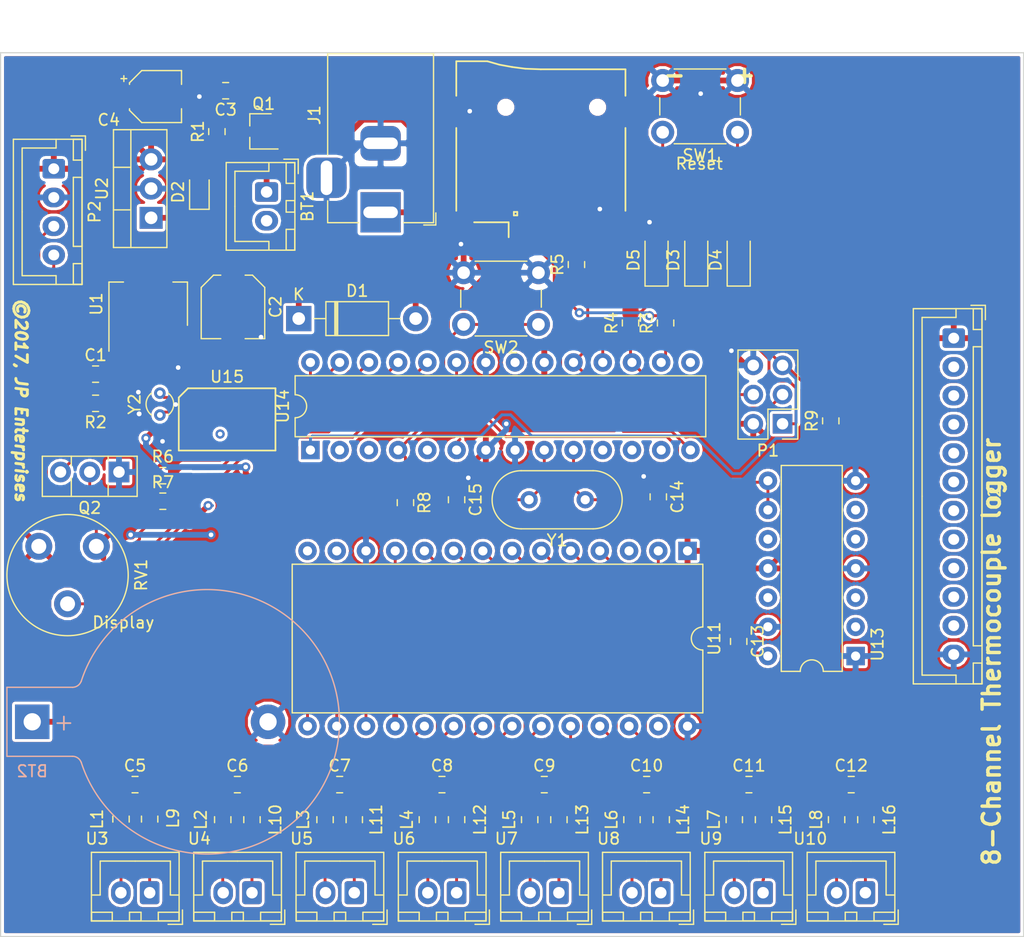
<source format=kicad_pcb>
(kicad_pcb (version 20171130) (host pcbnew "(5.0.2-4-gb601aea34)")
  (title_block (title "8-Channel Thermocouple datalogger") (date 2017-07-29) (rev ca9ed02408) (company "JP Enterprises"))
  (layers (0 F.Cu signal) (31 B.Cu signal) (34 B.Paste user) (35 F.Paste user) (36 B.SilkS user) (37 F.SilkS user) (38 B.Mask user) (39 F.Mask user) (44 Edge.Cuts user))
  (net 0 "")
  (net 1 GND)
  (net 2 "Net-(BT2-Pad1)")
  (net 3 5V0)
  (net 4 3V3)
  (net 5 9V0)
  (net 6 "/Thermocouple connectors/SB1")
  (net 7 "/Thermocouple connectors/SA1")
  (net 8 "/Thermocouple connectors/SA2")
  (net 9 "/Thermocouple connectors/SB2")
  (net 10 "/Thermocouple connectors/SB3")
  (net 11 "/Thermocouple connectors/SA3")
  (net 12 "/Thermocouple connectors/SA4")
  (net 13 "/Thermocouple connectors/SB4")
  (net 14 "/Thermocouple connectors/SB5")
  (net 15 "/Thermocouple connectors/SA5")
  (net 16 "/Thermocouple connectors/SA6")
  (net 17 "/Thermocouple connectors/SB6")
  (net 18 "/Thermocouple connectors/SB7")
  (net 19 "/Thermocouple connectors/SA7")
  (net 20 "/Thermocouple connectors/SA8")
  (net 21 "/Thermocouple connectors/SB8")
  (net 22 DB_MUX)
  (net 23 "Net-(C14-Pad2)")
  (net 24 "Net-(C15-Pad2)")
  (net 25 "Net-(D2-Pad2)")
  (net 26 "Net-(D3-Pad1)")
  (net 27 "Net-(D4-Pad1)")
  (net 28 "Net-(D5-Pad1)")
  (net 29 "Net-(L1-Pad2)")
  (net 30 "Net-(L2-Pad2)")
  (net 31 "Net-(L3-Pad2)")
  (net 32 "Net-(L4-Pad2)")
  (net 33 "Net-(L5-Pad2)")
  (net 34 "Net-(L6-Pad2)")
  (net 35 "Net-(L7-Pad2)")
  (net 36 "Net-(L8-Pad2)")
  (net 37 "Net-(L9-Pad1)")
  (net 38 "Net-(L10-Pad1)")
  (net 39 "Net-(L11-Pad1)")
  (net 40 "Net-(L12-Pad1)")
  (net 41 "Net-(L13-Pad1)")
  (net 42 "Net-(L14-Pad1)")
  (net 43 "Net-(L15-Pad1)")
  (net 44 "Net-(L16-Pad1)")
  (net 45 RESET)
  (net 46 MOSI)
  (net 47 SCK)
  (net 48 MISO)
  (net 49 SCL)
  (net 50 SDA)
  (net 51 "Net-(Q2-Pad3)")
  (net 52 "Net-(Q2-Pad2)")
  (net 53 B_LIGHT)
  (net 54 SS)
  (net 55 SLCT0)
  (net 56 SLCT1)
  (net 57 SLCT2)
  (net 58 TEMP)
  (net 59 "Net-(U13-Pad6)")
  (net 60 "Net-(U13-Pad12)")
  (net 61 "Net-(U13-Pad5)")
  (net 62 "Net-(U13-Pad10)")
  (net 63 "Net-(U13-Pad3)")
  (net 64 "Net-(U13-Pad2)")
  (net 65 "Net-(U14-Pad2)")
  (net 66 "Net-(U14-Pad3)")
  (net 67 "Net-(U14-Pad21)")
  (net 68 "Net-(U15-Pad7)")
  (net 69 "Net-(XS1-Pad1)")
  (net 70 "Net-(XS1-Pad8)")
  (net 71 "Net-(XS1-Pad9)")
  (net 72 "Net-(U15-Pad2)")
  (net 73 "Net-(U15-Pad1)")
  (net 74 SUPPLY)
  (net 75 RS)
  (net 76 R_W)
  (net 77 EN)
  (net 78 DB4)
  (net 79 DB5)
  (net 80 DB6)
  (net 81 DB7)
  (net 82 "Net-(BT1-Pad2)")
  (net 83 SELCT)
  (net 84 "Net-(J2-Pad10)")
  (net 85 "Net-(J2-Pad8)")
  (net 86 "Net-(J2-Pad9)")
  (net 87 "Net-(J2-Pad11)")
  (module Connector_JST:JST_XH_B12B-XH-A_1x12_P2.50mm_Vertical (layer F.Cu) (at 176.8 97.2 270)
    (fp_text reference J2 (at 13.75 -3.55 270) (layer F.SilkS))
    (fp_text value Conn_01x12_Male)
    (pad 1 thru_hole roundrect (at 0 0 270) (size 1.7 1.95) (drill 0.95) (layers *.Cu *.Mask) (roundrect_rratio 0.147059) (net 3 5V0))
    (pad 2 thru_hole oval (at 2.5 0 270) (size 1.7 1.95) (drill 0.95) (layers *.Cu *.Mask) (net 75 RS))
    (pad 3 thru_hole oval (at 5 0 270) (size 1.7 1.95) (drill 0.95) (layers *.Cu *.Mask) (net 77 EN))
    (pad 4 thru_hole oval (at 7.5 0 270) (size 1.7 1.95) (drill 0.95) (layers *.Cu *.Mask) (net 78 DB4))
    (pad 5 thru_hole oval (at 10 0 270) (size 1.7 1.95) (drill 0.95) (layers *.Cu *.Mask) (net 79 DB5))
    (pad 6 thru_hole oval (at 12.5 0 270) (size 1.7 1.95) (drill 0.95) (layers *.Cu *.Mask) (net 80 DB6))
    (pad 7 thru_hole oval (at 15 0 270) (size 1.7 1.95) (drill 0.95) (layers *.Cu *.Mask) (net 81 DB7))
    (pad 8 thru_hole oval (at 17.5 0 270) (size 1.7 1.95) (drill 0.95) (layers *.Cu *.Mask) (net 85 "Net-(J2-Pad8)"))
    (pad 9 thru_hole oval (at 20 0 270) (size 1.7 1.95) (drill 0.95) (layers *.Cu *.Mask) (net 86 "Net-(J2-Pad9)"))
    (pad 10 thru_hole oval (at 22.5 0 270) (size 1.7 1.95) (drill 0.95) (layers *.Cu *.Mask) (net 84 "Net-(J2-Pad10)"))
    (pad 11 thru_hole oval (at 25 0 270) (size 1.7 1.95) (drill 0.95) (layers *.Cu *.Mask) (net 87 "Net-(J2-Pad11)"))
    (pad 12 thru_hole oval (at 27.5 0 270) (size 1.7 1.95) (drill 0.95) (layers *.Cu *.Mask) (net 1 GND))
  )
  (module Battery:BatteryHolder_Keystone_103_1x20mm (layer B.Cu) (at 96.731 130.556)
    (fp_text reference BT2 (at 0 4.3) (layer B.SilkS) (effects (justify mirror)))
    (fp_text value Battery)
    (fp_text user + (at 2.75 0) (layer B.SilkS) (effects (font (size 1.5 1.5)) (justify mirror)))
    (pad 2 thru_hole circle (at 20.49 0) (size 3 3) (drill 1.5) (layers *.Cu *.Mask) (net 1 GND))
    (pad 1 thru_hole rect (at 0 0) (size 3 3) (drill 1.5) (layers *.Cu *.Mask) (net 2 "Net-(BT2-Pad1)"))
  )
  (module Connector_BarrelJack:BarrelJack_Horizontal (layer F.Cu) (at 127 86.264 270)
    (fp_text reference J1 (at -8.45 5.75 270) (layer F.SilkS))
    (fp_text value Barrel_Jack)
    (pad 1 thru_hole rect (at 0 0 270) (size 3.5 3.5) (drill oval 1 3) (layers *.Cu *.Mask) (net 74 SUPPLY))
    (pad 2 thru_hole roundrect (at -6 0 270) (size 3 3.5) (drill oval 1 3) (layers *.Cu *.Mask) (net 1 GND))
    (pad 3 thru_hole roundrect (at -3 4.7 270) (size 3.5 3.5) (drill oval 3 1) (layers *.Cu *.Mask) (net 82 "Net-(BT1-Pad2)"))
  )
  (module Potentiometer_THT:Potentiometer_Piher_PT-10-V05_Vertical (layer F.Cu) (at 97.3 115.3 270)
    (fp_text reference RV1 (at 2.5 -8.9 270) (layer F.SilkS))
    (fp_text value R_POT)
    (pad 3 thru_hole circle (at 0 -5 270) (size 2.34 2.34) (drill 1.3) (layers *.Cu *.Mask) (net 84 "Net-(J2-Pad10)"))
    (pad 2 thru_hole circle (at 5 -2.5 270) (size 2.34 2.34) (drill 1.3) (layers *.Cu *.Mask) (net 85 "Net-(J2-Pad8)"))
    (pad 1 thru_hole circle (at 0 0 270) (size 2.34 2.34) (drill 1.3) (layers *.Cu *.Mask) (net 3 5V0))
  )
  (module Connector_JST:JST_XH_B02B-XH-A_1x02_P2.50mm_Vertical (layer F.Cu) (at 115.824 145.415 180)
    (fp_text reference U4 (at 4.572 4.699 180) (layer F.SilkS))
    (fp_text value TC_Connector)
    (pad 2 thru_hole oval (at 2.5 0 180) (size 1.7 2) (drill 1) (layers *.Cu *.Mask) (net 30 "Net-(L2-Pad2)"))
    (pad 1 thru_hole roundrect (at 0 0 180) (size 1.7 2) (drill 1) (layers *.Cu *.Mask) (roundrect_rratio 0.147059) (net 38 "Net-(L10-Pad1)"))
  )
  (module Connector_JST:JST_XH_B02B-XH-A_1x02_P2.50mm_Vertical (layer F.Cu) (at 124.714 145.415 180)
    (fp_text reference U5 (at 4.572 4.699 180) (layer F.SilkS))
    (fp_text value TC_Connector)
    (pad 2 thru_hole oval (at 2.5 0 180) (size 1.7 2) (drill 1) (layers *.Cu *.Mask) (net 31 "Net-(L3-Pad2)"))
    (pad 1 thru_hole roundrect (at 0 0 180) (size 1.7 2) (drill 1) (layers *.Cu *.Mask) (roundrect_rratio 0.147059) (net 39 "Net-(L11-Pad1)"))
  )
  (module Connector_JST:JST_XH_B02B-XH-A_1x02_P2.50mm_Vertical (layer F.Cu) (at 133.604 145.415 180)
    (fp_text reference U6 (at 4.572 4.699 180) (layer F.SilkS))
    (fp_text value TC_Connector)
    (pad 2 thru_hole oval (at 2.5 0 180) (size 1.7 2) (drill 1) (layers *.Cu *.Mask) (net 32 "Net-(L4-Pad2)"))
    (pad 1 thru_hole roundrect (at 0 0 180) (size 1.7 2) (drill 1) (layers *.Cu *.Mask) (roundrect_rratio 0.147059) (net 40 "Net-(L12-Pad1)"))
  )
  (module Connector_JST:JST_XH_B02B-XH-A_1x02_P2.50mm_Vertical (layer F.Cu) (at 142.494 145.415 180)
    (fp_text reference U7 (at 4.572 4.699 180) (layer F.SilkS))
    (fp_text value TC_Connector)
    (pad 2 thru_hole oval (at 2.5 0 180) (size 1.7 2) (drill 1) (layers *.Cu *.Mask) (net 33 "Net-(L5-Pad2)"))
    (pad 1 thru_hole roundrect (at 0 0 180) (size 1.7 2) (drill 1) (layers *.Cu *.Mask) (roundrect_rratio 0.147059) (net 41 "Net-(L13-Pad1)"))
  )
  (module Connector_JST:JST_XH_B02B-XH-A_1x02_P2.50mm_Vertical (layer F.Cu) (at 151.344 145.415 180)
    (fp_text reference U8 (at 4.532 4.699 180) (layer F.SilkS))
    (fp_text value TC_Connector)
    (pad 2 thru_hole oval (at 2.5 0 180) (size 1.7 2) (drill 1) (layers *.Cu *.Mask) (net 34 "Net-(L6-Pad2)"))
    (pad 1 thru_hole roundrect (at 0 0 180) (size 1.7 2) (drill 1) (layers *.Cu *.Mask) (roundrect_rratio 0.147059) (net 42 "Net-(L14-Pad1)"))
  )
  (module Connector_JST:JST_XH_B02B-XH-A_1x02_P2.50mm_Vertical (layer F.Cu) (at 160.234 145.415 180)
    (fp_text reference U9 (at 4.532 4.699 180) (layer F.SilkS))
    (fp_text value TC_Connector)
    (pad 2 thru_hole oval (at 2.5 0 180) (size 1.7 2) (drill 1) (layers *.Cu *.Mask) (net 35 "Net-(L7-Pad2)"))
    (pad 1 thru_hole roundrect (at 0 0 180) (size 1.7 2) (drill 1) (layers *.Cu *.Mask) (roundrect_rratio 0.147059) (net 43 "Net-(L15-Pad1)"))
  )
  (module Connector_JST:JST_XH_B02B-XH-A_1x02_P2.50mm_Vertical (layer F.Cu) (at 169.124 145.415 180)
    (fp_text reference U10 (at 4.786 4.699 180) (layer F.SilkS))
    (fp_text value TC_Connector)
    (pad 2 thru_hole oval (at 2.5 0 180) (size 1.7 2) (drill 1) (layers *.Cu *.Mask) (net 36 "Net-(L8-Pad2)"))
    (pad 1 thru_hole roundrect (at 0 0 180) (size 1.7 2) (drill 1) (layers *.Cu *.Mask) (roundrect_rratio 0.147059) (net 44 "Net-(L16-Pad1)"))
  )
  (module Crystal:Crystal_DS26_D2.0mm_L6.0mm_Vertical (layer F.Cu) (at 107.823 103.886 90)
    (fp_text reference Y2 (at 0.95 -2.2 90) (layer F.SilkS))
    (fp_text value 32.768kHz)
    (pad 1 thru_hole circle (at 0 0 90) (size 1 1) (drill 0.5) (layers *.Cu *.Mask) (net 72 "Net-(U15-Pad2)"))
    (pad 2 thru_hole circle (at 1.9 0 90) (size 1 1) (drill 0.5) (layers *.Cu *.Mask) (net 73 "Net-(U15-Pad1)"))
  )
  (module Connector_JST:JST_XH_B02B-XH-A_1x02_P2.50mm_Vertical (layer F.Cu) (at 106.934 145.415 180)
    (fp_text reference U3 (at 4.572 4.699 180) (layer F.SilkS))
    (fp_text value TC_Connector)
    (pad 2 thru_hole oval (at 2.5 0 180) (size 1.7 2) (drill 1) (layers *.Cu *.Mask) (net 29 "Net-(L1-Pad2)"))
    (pad 1 thru_hole roundrect (at 0 0 180) (size 1.7 2) (drill 1) (layers *.Cu *.Mask) (roundrect_rratio 0.147059) (net 37 "Net-(L9-Pad1)"))
  )
  (module JP_ICs:DS1307 (layer F.Cu) (at 110.998 102.362 180)
    (fp_text reference U15 (at -2.667 1.8) (layer F.SilkS))
    (fp_text value DS1307+)
    (pad 4 smd rect (at -0.067 -3.81 270) (size 0.6 2.2) (layers F.Cu F.Paste F.Mask) (net 1 GND))
    (pad 5 smd rect (at -5.267 -3.81 270) (size 0.6 2.2) (layers F.Cu F.Paste F.Mask) (net 50 SDA))
    (pad 3 smd rect (at -0.067 -2.54 270) (size 0.6 2.2) (layers F.Cu F.Paste F.Mask) (net 2 "Net-(BT2-Pad1)"))
    (pad 6 smd rect (at -5.267 -2.54 270) (size 0.6 2.2) (layers F.Cu F.Paste F.Mask) (net 49 SCL))
    (pad 2 smd rect (at -0.067 -1.27 270) (size 0.6 2.2) (layers F.Cu F.Paste F.Mask) (net 72 "Net-(U15-Pad2)"))
    (pad 7 smd rect (at -5.267 -1.27 270) (size 0.6 2.2) (layers F.Cu F.Paste F.Mask) (net 68 "Net-(U15-Pad7)"))
    (pad 1 smd rect (at -0.067 0 270) (size 0.6 2.2) (layers F.Cu F.Paste F.Mask) (net 73 "Net-(U15-Pad1)"))
    (pad 8 smd rect (at -5.267 0 270) (size 0.6 2.2) (layers F.Cu F.Paste F.Mask) (net 3 5V0))
  )
  (module Capacitor_SMD:C_Elec_5x5.4 (layer F.Cu) (at 114.173 94.488 270)
    (fp_text reference C2 (at 0 -3.7 270) (layer F.SilkS))
    (fp_text value 47uF)
    (pad 1 smd roundrect (at -2.0625 0 270) (size 2.775 1.6) (layers F.Cu F.Paste F.Mask) (roundrect_rratio 0.15625) (net 4 3V3))
    (pad 2 smd roundrect (at 2.0625 0 270) (size 2.775 1.6) (layers F.Cu F.Paste F.Mask) (roundrect_rratio 0.15625) (net 1 GND))
  )
  (module Connector_JST:JST_XH_B02B-XH-A_1x02_P2.50mm_Vertical (layer F.Cu) (at 117.094 84.495 270)
    (fp_text reference BT1 (at 1.25 -3.55 270) (layer F.SilkS))
    (fp_text value 9V)
    (pad 1 thru_hole roundrect (at 0 0 270) (size 1.7 2) (drill 1) (layers *.Cu *.Mask) (roundrect_rratio 0.147059) (net 74 SUPPLY))
    (pad 2 thru_hole oval (at 2.5 0 270) (size 1.7 2) (drill 1) (layers *.Cu *.Mask) (net 82 "Net-(BT1-Pad2)"))
  )
  (module JP_Connectors:Conn_uSDcard (layer F.Cu) (at 140.927 77.13 180)
    (fp_text reference XS1)
    (fp_text value SD_ebay-uSD-push/push_SMD)
    (pad 3 smd rect (at 0 -10.5 180) (size 0.7 1.6) (layers F.Cu F.Paste F.Mask) (net 26 "Net-(D3-Pad1)"))
    (pad "" np_thru_hole circle (at -4.93 0 180) (size 1 1) (drill 1) (layers *.Cu))
    (pad "" np_thru_hole circle (at 3.05 0 180) (size 1 1) (drill 1) (layers *.Cu))
    (pad 2 smd rect (at 1.1 -10.5 180) (size 0.7 1.6) (layers F.Cu F.Paste F.Mask) (net 27 "Net-(D4-Pad1)"))
    (pad 1 smd rect (at 2.2 -10.5 180) (size 0.7 1.6) (layers F.Cu F.Paste F.Mask) (net 69 "Net-(XS1-Pad1)"))
    (pad 4 smd rect (at -1.1 -10.5 180) (size 0.7 1.6) (layers F.Cu F.Paste F.Mask) (net 4 3V3))
    (pad 5 smd rect (at -2.2 -10.5 180) (size 0.7 1.6) (layers F.Cu F.Paste F.Mask) (net 28 "Net-(D5-Pad1)"))
    (pad 6 smd rect (at -3.3 -10.5 180) (size 0.7 1.6) (layers F.Cu F.Paste F.Mask) (net 1 GND))
    (pad 8 smd rect (at -5.5 -10.5 180) (size 0.7 1.6) (layers F.Cu F.Paste F.Mask) (net 70 "Net-(XS1-Pad8)"))
    (pad 7 smd rect (at -4.4 -10.5 180) (size 0.7 1.6) (layers F.Cu F.Paste F.Mask) (net 48 MISO))
    (pad 9 smd rect (at -6.6 -10.5 180) (size 0.7 1.6) (layers F.Cu F.Paste F.Mask) (net 71 "Net-(XS1-Pad9)"))
    (pad 6 smd rect (at -7.75 -10 180) (size 1.2 1.4) (layers F.Cu F.Paste F.Mask) (net 1 GND))
    (pad 6 smd rect (at 6.85 -10 180) (size 1.6 1.4) (layers F.Cu F.Paste F.Mask) (net 1 GND))
    (pad 6 smd rect (at -7.75 -0.4 180) (size 1.2 2.2) (layers F.Cu F.Paste F.Mask) (net 1 GND))
    (pad 6 smd rect (at 7.75 -0.4 180) (size 1.2 2.2) (layers F.Cu F.Paste F.Mask) (net 1 GND))
  )
  (module Package_TO_SOT_THT:TO-126-3_Vertical (layer F.Cu) (at 104.267 108.839 180)
    (fp_text reference Q2 (at 2.54 -3.12 180) (layer F.SilkS))
    (fp_text value BD139)
    (pad 3 thru_hole oval (at 5.08 0 180) (size 1.8 1.8) (drill 1) (layers *.Cu *.Mask) (net 51 "Net-(Q2-Pad3)"))
    (pad 2 thru_hole oval (at 2.54 0 180) (size 1.8 1.8) (drill 1) (layers *.Cu *.Mask) (net 84 "Net-(J2-Pad10)"))
    (pad 1 thru_hole rect (at 0 0 180) (size 1.8 1.8) (drill 1) (layers *.Cu *.Mask) (net 1 GND))
  )
  (module Package_DIP:DIP-14_W7.62mm (layer F.Cu) (at 168.275 124.841 180)
    (fp_text reference U13 (at -1.905 1.016 270) (layer F.SilkS))
    (fp_text value AD595)
    (pad 14 thru_hole oval (at 7.62 0 180) (size 1.6 1.6) (drill 0.8) (layers *.Cu *.Mask) (net 22 DB_MUX))
    (pad 7 thru_hole oval (at 0 15.24 180) (size 1.6 1.6) (drill 0.8) (layers *.Cu *.Mask) (net 1 GND))
    (pad 13 thru_hole oval (at 7.62 2.54 180) (size 1.6 1.6) (drill 0.8) (layers *.Cu *.Mask) (net 1 GND))
    (pad 6 thru_hole oval (at 0 12.7 180) (size 1.6 1.6) (drill 0.8) (layers *.Cu *.Mask) (net 59 "Net-(U13-Pad6)"))
    (pad 12 thru_hole oval (at 7.62 5.08 180) (size 1.6 1.6) (drill 0.8) (layers *.Cu *.Mask) (net 60 "Net-(U13-Pad12)"))
    (pad 5 thru_hole oval (at 0 10.16 180) (size 1.6 1.6) (drill 0.8) (layers *.Cu *.Mask) (net 61 "Net-(U13-Pad5)"))
    (pad 11 thru_hole oval (at 7.62 7.62 180) (size 1.6 1.6) (drill 0.8) (layers *.Cu *.Mask) (net 3 5V0))
    (pad 4 thru_hole oval (at 0 7.62 180) (size 1.6 1.6) (drill 0.8) (layers *.Cu *.Mask) (net 1 GND))
    (pad 10 thru_hole oval (at 7.62 10.16 180) (size 1.6 1.6) (drill 0.8) (layers *.Cu *.Mask) (net 62 "Net-(U13-Pad10)"))
    (pad 3 thru_hole oval (at 0 5.08 180) (size 1.6 1.6) (drill 0.8) (layers *.Cu *.Mask) (net 63 "Net-(U13-Pad3)"))
    (pad 9 thru_hole oval (at 7.62 12.7 180) (size 1.6 1.6) (drill 0.8) (layers *.Cu *.Mask) (net 58 TEMP))
    (pad 2 thru_hole oval (at 0 2.54 180) (size 1.6 1.6) (drill 0.8) (layers *.Cu *.Mask) (net 64 "Net-(U13-Pad2)"))
    (pad 8 thru_hole oval (at 7.62 15.24 180) (size 1.6 1.6) (drill 0.8) (layers *.Cu *.Mask) (net 58 TEMP))
    (pad 1 thru_hole rect (at 0 0 180) (size 1.6 1.6) (drill 0.8) (layers *.Cu *.Mask) (net 1 GND))
  )
  (module Diode_THT:D_DO-41_SOD81_P10.16mm_Horizontal (layer F.Cu) (at 119.888 95.504)
    (fp_text reference D1 (at 5.08 -2.41) (layer F.SilkS))
    (fp_text value 1N4007)
    (fp_text user K (at 0 -2.1) (layer F.SilkS))
    (pad 2 thru_hole oval (at 10.16 0) (size 2.2 2.2) (drill 1.1) (layers *.Cu *.Mask) (net 74 SUPPLY))
    (pad 1 thru_hole rect (at 0 0) (size 2.2 2.2) (drill 1.1) (layers *.Cu *.Mask) (net 5 9V0))
  )
  (module Button_Switch_THT:SW_PUSH_6mm_H5mm (layer F.Cu) (at 140.716 96.012 180)
    (fp_text reference SW2 (at 3.25 -2 180) (layer F.SilkS))
    (fp_text value SW_Push)
    (pad 1 thru_hole circle (at 6.5 0 270) (size 2 2) (drill 1.1) (layers *.Cu *.Mask) (net 83 SELCT))
    (pad 2 thru_hole circle (at 6.5 4.5 270) (size 2 2) (drill 1.1) (layers *.Cu *.Mask) (net 1 GND))
    (pad 1 thru_hole circle (at 0 0 270) (size 2 2) (drill 1.1) (layers *.Cu *.Mask) (net 83 SELCT))
    (pad 2 thru_hole circle (at 0 4.5 270) (size 2 2) (drill 1.1) (layers *.Cu *.Mask) (net 1 GND))
  )
  (module Button_Switch_THT:SW_PUSH_6mm_H5mm (layer F.Cu) (at 158.011 79.303 180)
    (fp_text reference SW1 (at 3.25 -2 180) (layer F.SilkS))
    (fp_text value SW_Push)
    (pad 1 thru_hole circle (at 6.5 0 270) (size 2 2) (drill 1.1) (layers *.Cu *.Mask) (net 45 RESET))
    (pad 2 thru_hole circle (at 6.5 4.5 270) (size 2 2) (drill 1.1) (layers *.Cu *.Mask) (net 1 GND))
    (pad 1 thru_hole circle (at 0 0 270) (size 2 2) (drill 1.1) (layers *.Cu *.Mask) (net 45 RESET))
    (pad 2 thru_hole circle (at 0 4.5 270) (size 2 2) (drill 1.1) (layers *.Cu *.Mask) (net 1 GND))
  )
  (module Connector_PinHeader_2.54mm:PinHeader_2x03_P2.54mm_Vertical (layer F.Cu) (at 161.925 104.648 180)
    (fp_text reference P1 (at 1.27 -2.33 180) (layer F.SilkS))
    (fp_text value CONN_02X03)
    (pad 6 thru_hole oval (at 2.54 5.08 180) (size 1.7 1.7) (drill 1) (layers *.Cu *.Mask) (net 1 GND))
    (pad 5 thru_hole oval (at 0 5.08 180) (size 1.7 1.7) (drill 1) (layers *.Cu *.Mask) (net 45 RESET))
    (pad 4 thru_hole oval (at 2.54 2.54 180) (size 1.7 1.7) (drill 1) (layers *.Cu *.Mask) (net 46 MOSI))
    (pad 3 thru_hole oval (at 0 2.54 180) (size 1.7 1.7) (drill 1) (layers *.Cu *.Mask) (net 47 SCK))
    (pad 2 thru_hole oval (at 2.54 0 180) (size 1.7 1.7) (drill 1) (layers *.Cu *.Mask) (net 3 5V0))
    (pad 1 thru_hole rect (at 0 0 180) (size 1.7 1.7) (drill 1) (layers *.Cu *.Mask) (net 48 MISO))
  )
  (module Package_TO_SOT_SMD:SOT-223 (layer F.Cu) (at 106.807 94.234 90)
    (fp_text reference U1 (at 0 -4.5 90) (layer F.SilkS))
    (fp_text value LM3940)
    (pad 4 smd rect (at 3.15 0 90) (size 2 3.8) (layers F.Cu F.Paste F.Mask))
    (pad 2 smd rect (at -3.15 0 90) (size 2 1.5) (layers F.Cu F.Paste F.Mask) (net 1 GND))
    (pad 3 smd rect (at -3.15 2.3 90) (size 2 1.5) (layers F.Cu F.Paste F.Mask) (net 4 3V3))
    (pad 1 smd rect (at -3.15 -2.3 90) (size 2 1.5) (layers F.Cu F.Paste F.Mask) (net 3 5V0))
  )
  (module Package_TO_SOT_THT:TO-220-3_Vertical (layer F.Cu) (at 107.061 86.741 90)
    (fp_text reference U2 (at 2.54 -4.27 90) (layer F.SilkS))
    (fp_text value 7805)
    (pad 3 thru_hole oval (at 5.08 0 90) (size 1.905 2) (drill 1.1) (layers *.Cu *.Mask) (net 3 5V0))
    (pad 2 thru_hole oval (at 2.54 0 90) (size 1.905 2) (drill 1.1) (layers *.Cu *.Mask) (net 1 GND))
    (pad 1 thru_hole rect (at 0 0 90) (size 1.905 2) (drill 1.1) (layers *.Cu *.Mask) (net 5 9V0))
  )
  (module Package_TO_SOT_SMD:TSOT-23 (layer F.Cu) (at 116.586 79.248 180)
    (fp_text reference Q1 (at -0.254 2.413 180) (layer F.SilkS))
    (fp_text value BS250)
    (pad 3 smd rect (at 1.31 0 180) (size 1.22 0.65) (layers F.Cu F.Paste F.Mask) (net 5 9V0))
    (pad 2 smd rect (at -1.31 0.95 180) (size 1.22 0.65) (layers F.Cu F.Paste F.Mask) (net 25 "Net-(D2-Pad2)"))
    (pad 1 smd rect (at -1.31 -0.95 180) (size 1.22 0.65) (layers F.Cu F.Paste F.Mask) (net 74 SUPPLY))
  )
  (module Package_DIP:DIP-28_W7.62mm (layer F.Cu) (at 120.904 106.934 90)
    (fp_text reference U14 (at 3.81 -2.39 90) (layer F.SilkS))
    (fp_text value ATMEGA328P-PU)
    (pad 28 thru_hole oval (at 7.62 0 90) (size 1.6 1.6) (drill 0.8) (layers *.Cu *.Mask) (net 49 SCL))
    (pad 14 thru_hole oval (at 0 33.02 90) (size 1.6 1.6) (drill 0.8) (layers *.Cu *.Mask) (net 53 B_LIGHT))
    (pad 27 thru_hole oval (at 7.62 2.54 90) (size 1.6 1.6) (drill 0.8) (layers *.Cu *.Mask) (net 50 SDA))
    (pad 13 thru_hole oval (at 0 30.48 90) (size 1.6 1.6) (drill 0.8) (layers *.Cu *.Mask) (net 81 DB7))
    (pad 26 thru_hole oval (at 7.62 5.08 90) (size 1.6 1.6) (drill 0.8) (layers *.Cu *.Mask) (net 57 SLCT2))
    (pad 12 thru_hole oval (at 0 27.94 90) (size 1.6 1.6) (drill 0.8) (layers *.Cu *.Mask) (net 80 DB6))
    (pad 25 thru_hole oval (at 7.62 7.62 90) (size 1.6 1.6) (drill 0.8) (layers *.Cu *.Mask) (net 56 SLCT1))
    (pad 11 thru_hole oval (at 0 25.4 90) (size 1.6 1.6) (drill 0.8) (layers *.Cu *.Mask) (net 79 DB5))
    (pad 24 thru_hole oval (at 7.62 10.16 90) (size 1.6 1.6) (drill 0.8) (layers *.Cu *.Mask) (net 55 SLCT0))
    (pad 10 thru_hole oval (at 0 22.86 90) (size 1.6 1.6) (drill 0.8) (layers *.Cu *.Mask) (net 23 "Net-(C14-Pad2)"))
    (pad 23 thru_hole oval (at 7.62 12.7 90) (size 1.6 1.6) (drill 0.8) (layers *.Cu *.Mask) (net 58 TEMP))
    (pad 9 thru_hole oval (at 0 20.32 90) (size 1.6 1.6) (drill 0.8) (layers *.Cu *.Mask) (net 24 "Net-(C15-Pad2)"))
    (pad 22 thru_hole oval (at 7.62 15.24 90) (size 1.6 1.6) (drill 0.8) (layers *.Cu *.Mask) (net 1 GND))
    (pad 8 thru_hole oval (at 0 17.78 90) (size 1.6 1.6) (drill 0.8) (layers *.Cu *.Mask) (net 1 GND))
    (pad 21 thru_hole oval (at 7.62 17.78 90) (size 1.6 1.6) (drill 0.8) (layers *.Cu *.Mask) (net 67 "Net-(U14-Pad21)"))
    (pad 7 thru_hole oval (at 0 15.24 90) (size 1.6 1.6) (drill 0.8) (layers *.Cu *.Mask) (net 3 5V0))
    (pad 20 thru_hole oval (at 7.62 20.32 90) (size 1.6 1.6) (drill 0.8) (layers *.Cu *.Mask) (net 3 5V0))
    (pad 6 thru_hole oval (at 0 12.7 90) (size 1.6 1.6) (drill 0.8) (layers *.Cu *.Mask) (net 78 DB4))
    (pad 19 thru_hole oval (at 7.62 22.86 90) (size 1.6 1.6) (drill 0.8) (layers *.Cu *.Mask) (net 47 SCK))
    (pad 5 thru_hole oval (at 0 10.16 90) (size 1.6 1.6) (drill 0.8) (layers *.Cu *.Mask) (net 77 EN))
    (pad 18 thru_hole oval (at 7.62 25.4 90) (size 1.6 1.6) (drill 0.8) (layers *.Cu *.Mask) (net 48 MISO))
    (pad 4 thru_hole oval (at 0 7.62 90) (size 1.6 1.6) (drill 0.8) (layers *.Cu *.Mask) (net 83 SELCT))
    (pad 17 thru_hole oval (at 7.62 27.94 90) (size 1.6 1.6) (drill 0.8) (layers *.Cu *.Mask) (net 46 MOSI))
    (pad 3 thru_hole oval (at 0 5.08 90) (size 1.6 1.6) (drill 0.8) (layers *.Cu *.Mask) (net 66 "Net-(U14-Pad3)"))
    (pad 16 thru_hole oval (at 7.62 30.48 90) (size 1.6 1.6) (drill 0.8) (layers *.Cu *.Mask) (net 54 SS))
    (pad 2 thru_hole oval (at 0 2.54 90) (size 1.6 1.6) (drill 0.8) (layers *.Cu *.Mask) (net 65 "Net-(U14-Pad2)"))
    (pad 15 thru_hole oval (at 7.62 33.02 90) (size 1.6 1.6) (drill 0.8) (layers *.Cu *.Mask) (net 75 RS))
    (pad 1 thru_hole rect (at 0 0 90) (size 1.6 1.6) (drill 0.8) (layers *.Cu *.Mask) (net 45 RESET))
  )
  (module Package_DIP:DIP-28_W15.24mm (layer F.Cu) (at 153.67 115.697 270)
    (fp_text reference U11 (at 7.62 -2.33 270) (layer F.SilkS))
    (fp_text value ADG407)
    (pad 1 thru_hole rect (at 0 0 270) (size 1.6 1.6) (drill 0.8) (layers *.Cu *.Mask) (net 3 5V0))
    (pad 15 thru_hole oval (at 15.24 33.02 270) (size 1.6 1.6) (drill 0.8) (layers *.Cu *.Mask) (net 57 SLCT2))
    (pad 2 thru_hole oval (at 0 2.54 270) (size 1.6 1.6) (drill 0.8) (layers *.Cu *.Mask) (net 22 DB_MUX))
    (pad 16 thru_hole oval (at 15.24 30.48 270) (size 1.6 1.6) (drill 0.8) (layers *.Cu *.Mask) (net 56 SLCT1))
    (pad 3 thru_hole oval (at 0 5.08 270) (size 1.6 1.6) (drill 0.8) (layers *.Cu *.Mask))
    (pad 17 thru_hole oval (at 15.24 27.94 270) (size 1.6 1.6) (drill 0.8) (layers *.Cu *.Mask) (net 55 SLCT0))
    (pad 4 thru_hole oval (at 0 7.62 270) (size 1.6 1.6) (drill 0.8) (layers *.Cu *.Mask) (net 21 "/Thermocouple connectors/SB8"))
    (pad 18 thru_hole oval (at 15.24 25.4 270) (size 1.6 1.6) (drill 0.8) (layers *.Cu *.Mask) (net 3 5V0))
    (pad 5 thru_hole oval (at 0 10.16 270) (size 1.6 1.6) (drill 0.8) (layers *.Cu *.Mask) (net 18 "/Thermocouple connectors/SB7"))
    (pad 19 thru_hole oval (at 15.24 22.86 270) (size 1.6 1.6) (drill 0.8) (layers *.Cu *.Mask) (net 7 "/Thermocouple connectors/SA1"))
    (pad 6 thru_hole oval (at 0 12.7 270) (size 1.6 1.6) (drill 0.8) (layers *.Cu *.Mask) (net 17 "/Thermocouple connectors/SB6"))
    (pad 20 thru_hole oval (at 15.24 20.32 270) (size 1.6 1.6) (drill 0.8) (layers *.Cu *.Mask) (net 8 "/Thermocouple connectors/SA2"))
    (pad 7 thru_hole oval (at 0 15.24 270) (size 1.6 1.6) (drill 0.8) (layers *.Cu *.Mask) (net 14 "/Thermocouple connectors/SB5"))
    (pad 21 thru_hole oval (at 15.24 17.78 270) (size 1.6 1.6) (drill 0.8) (layers *.Cu *.Mask) (net 11 "/Thermocouple connectors/SA3"))
    (pad 8 thru_hole oval (at 0 17.78 270) (size 1.6 1.6) (drill 0.8) (layers *.Cu *.Mask) (net 13 "/Thermocouple connectors/SB4"))
    (pad 22 thru_hole oval (at 15.24 15.24 270) (size 1.6 1.6) (drill 0.8) (layers *.Cu *.Mask) (net 12 "/Thermocouple connectors/SA4"))
    (pad 9 thru_hole oval (at 0 20.32 270) (size 1.6 1.6) (drill 0.8) (layers *.Cu *.Mask) (net 10 "/Thermocouple connectors/SB3"))
    (pad 23 thru_hole oval (at 15.24 12.7 270) (size 1.6 1.6) (drill 0.8) (layers *.Cu *.Mask) (net 15 "/Thermocouple connectors/SA5"))
    (pad 10 thru_hole oval (at 0 22.86 270) (size 1.6 1.6) (drill 0.8) (layers *.Cu *.Mask) (net 9 "/Thermocouple connectors/SB2"))
    (pad 24 thru_hole oval (at 15.24 10.16 270) (size 1.6 1.6) (drill 0.8) (layers *.Cu *.Mask) (net 16 "/Thermocouple connectors/SA6"))
    (pad 11 thru_hole oval (at 0 25.4 270) (size 1.6 1.6) (drill 0.8) (layers *.Cu *.Mask) (net 6 "/Thermocouple connectors/SB1"))
    (pad 25 thru_hole oval (at 15.24 7.62 270) (size 1.6 1.6) (drill 0.8) (layers *.Cu *.Mask) (net 19 "/Thermocouple connectors/SA7"))
    (pad 12 thru_hole oval (at 0 27.94 270) (size 1.6 1.6) (drill 0.8) (layers *.Cu *.Mask) (net 1 GND))
    (pad 26 thru_hole oval (at 15.24 5.08 270) (size 1.6 1.6) (drill 0.8) (layers *.Cu *.Mask) (net 20 "/Thermocouple connectors/SA8"))
    (pad 13 thru_hole oval (at 0 30.48 270) (size 1.6 1.6) (drill 0.8) (layers *.Cu *.Mask))
    (pad 27 thru_hole oval (at 15.24 2.54 270) (size 1.6 1.6) (drill 0.8) (layers *.Cu *.Mask))
    (pad 14 thru_hole oval (at 0 33.02 270) (size 1.6 1.6) (drill 0.8) (layers *.Cu *.Mask))
    (pad 28 thru_hole oval (at 15.24 0 270) (size 1.6 1.6) (drill 0.8) (layers *.Cu *.Mask) (net 1 GND))
  )
  (module Crystal:Crystal_HC49-U_Vertical (layer F.Cu) (at 144.78 111.252 180)
    (fp_text reference Y1 (at 2.44 -3.525 180) (layer F.SilkS))
    (fp_text value 16MHz)
    (pad 2 thru_hole circle (at 4.88 0 180) (size 1.5 1.5) (drill 0.8) (layers *.Cu *.Mask) (net 24 "Net-(C15-Pad2)"))
    (pad 1 thru_hole circle (at 0 0 180) (size 1.5 1.5) (drill 0.8) (layers *.Cu *.Mask) (net 23 "Net-(C14-Pad2)"))
  )
  (module Diode_SMD:D_SOD-323 (layer F.Cu) (at 111.252 84.502 90)
    (fp_text reference D2 (at 0 -1.85 90) (layer F.SilkS))
    (fp_text value 9V)
    (pad 2 smd rect (at 1.05 0 90) (size 0.6 0.45) (layers F.Cu F.Paste F.Mask) (net 25 "Net-(D2-Pad2)"))
    (pad 1 smd rect (at -1.05 0 90) (size 0.6 0.45) (layers F.Cu F.Paste F.Mask) (net 5 9V0))
  )
  (module Diode_SMD:D_SOD-123 (layer F.Cu) (at 158.115 90.424 90)
    (fp_text reference D4 (at 0 -2 90) (layer F.SilkS))
    (fp_text value 3.3V)
    (pad 2 smd rect (at 1.65 0 90) (size 0.9 1.2) (layers F.Cu F.Paste F.Mask) (net 1 GND))
    (pad 1 smd rect (at -1.65 0 90) (size 0.9 1.2) (layers F.Cu F.Paste F.Mask) (net 27 "Net-(D4-Pad1)"))
  )
  (module Diode_SMD:D_SOD-123 (layer F.Cu) (at 154.432 90.424 90)
    (fp_text reference D3 (at 0 -2 90) (layer F.SilkS))
    (fp_text value 3.3V)
    (pad 2 smd rect (at 1.65 0 90) (size 0.9 1.2) (layers F.Cu F.Paste F.Mask) (net 1 GND))
    (pad 1 smd rect (at -1.65 0 90) (size 0.9 1.2) (layers F.Cu F.Paste F.Mask) (net 26 "Net-(D3-Pad1)"))
  )
  (module Diode_SMD:D_SOD-123 (layer F.Cu) (at 150.9776 90.424 90)
    (fp_text reference D5 (at 0 -2 90) (layer F.SilkS))
    (fp_text value 3.3V)
    (pad 2 smd rect (at 1.65 0 90) (size 0.9 1.2) (layers F.Cu F.Paste F.Mask) (net 1 GND))
    (pad 1 smd rect (at -1.65 0 90) (size 0.9 1.2) (layers F.Cu F.Paste F.Mask) (net 28 "Net-(D5-Pad1)"))
  )
  (module Resistor_SMD:R_0805_2012Metric (layer F.Cu) (at 108.077 111.379)
    (fp_text reference R7 (at 0 -1.65) (layer F.SilkS))
    (fp_text value 10K)
    (pad 2 smd roundrect (at 0.9375 0) (size 0.975 1.4) (layers F.Cu F.Paste F.Mask) (net 50 SDA))
    (pad 1 smd roundrect (at -0.9375 0) (size 0.975 1.4) (layers F.Cu F.Paste F.Mask) (net 3 5V0))
  )
  (module Resistor_SMD:R_0805_2012Metric (layer F.Cu) (at 108.077 109.1565)
    (fp_text reference R6 (at 0 -1.65) (layer F.SilkS))
    (fp_text value 10K)
    (pad 2 smd roundrect (at 0.9375 0) (size 0.975 1.4) (layers F.Cu F.Paste F.Mask) (net 49 SCL))
    (pad 1 smd roundrect (at -0.9375 0) (size 0.975 1.4) (layers F.Cu F.Paste F.Mask) (net 3 5V0))
  )
  (module Resistor_SMD:R_0805_2012Metric (layer F.Cu) (at 129.159 111.506 270)
    (fp_text reference R8 (at 0 -1.65 270) (layer F.SilkS))
    (fp_text value 10K)
    (pad 2 smd roundrect (at 0.9375 0 270) (size 0.975 1.4) (layers F.Cu F.Paste F.Mask) (net 3 5V0))
    (pad 1 smd roundrect (at -0.9375 0 270) (size 0.975 1.4) (layers F.Cu F.Paste F.Mask) (net 83 SELCT))
  )
  (module Resistor_SMD:R_0805_2012Metric (layer F.Cu) (at 112.776 79.248 90)
    (fp_text reference R1 (at 0 -1.65 90) (layer F.SilkS))
    (fp_text value 10K)
    (pad 2 smd roundrect (at 0.9375 0 90) (size 0.975 1.4) (layers F.Cu F.Paste F.Mask) (net 1 GND))
    (pad 1 smd roundrect (at -0.9375 0 90) (size 0.975 1.4) (layers F.Cu F.Paste F.Mask) (net 25 "Net-(D2-Pad2)"))
  )
  (module Resistor_SMD:R_0805_2012Metric (layer F.Cu) (at 148.717 95.885 90)
    (fp_text reference R4 (at 0 -1.65 90) (layer F.SilkS))
    (fp_text value 220R)
    (pad 2 smd roundrect (at 0.9375 0 90) (size 0.975 1.4) (layers F.Cu F.Paste F.Mask) (net 26 "Net-(D3-Pad1)"))
    (pad 1 smd roundrect (at -0.9375 0 90) (size 0.975 1.4) (layers F.Cu F.Paste F.Mask) (net 46 MOSI))
  )
  (module Resistor_SMD:R_0805_2012Metric (layer F.Cu) (at 144.018 90.805 90)
    (fp_text reference R5 (at 0 -1.65 90) (layer F.SilkS))
    (fp_text value 220R)
    (pad 2 smd roundrect (at 0.9375 0 90) (size 0.975 1.4) (layers F.Cu F.Paste F.Mask) (net 28 "Net-(D5-Pad1)"))
    (pad 1 smd roundrect (at -0.9375 0 90) (size 0.975 1.4) (layers F.Cu F.Paste F.Mask) (net 47 SCK))
  )
  (module Resistor_SMD:R_0805_2012Metric (layer F.Cu) (at 151.765 95.885 90)
    (fp_text reference R3 (at 0 -1.65 90) (layer F.SilkS))
    (fp_text value 220R)
    (pad 2 smd roundrect (at 0.9375 0 90) (size 0.975 1.4) (layers F.Cu F.Paste F.Mask) (net 27 "Net-(D4-Pad1)"))
    (pad 1 smd roundrect (at -0.9375 0 90) (size 0.975 1.4) (layers F.Cu F.Paste F.Mask) (net 54 SS))
  )
  (module Resistor_SMD:R_0805_2012Metric (layer F.Cu) (at 102.235 102.87 180)
    (fp_text reference R2 (at 0 -1.65 180) (layer F.SilkS))
    (fp_text value 10K)
    (pad 1 smd roundrect (at -0.9375 0 180) (size 0.975 1.4) (layers F.Cu F.Paste F.Mask) (net 53 B_LIGHT))
    (pad 2 smd roundrect (at 0.9375 0 180) (size 0.975 1.4) (layers F.Cu F.Paste F.Mask) (net 51 "Net-(Q2-Pad3)"))
  )
  (module Inductor_SMD:L_0805_2012Metric (layer F.Cu) (at 142.494 139.065 90)
    (fp_text reference L13 (at 0 2.032 90) (layer F.SilkS))
    (fp_text value 150)
    (pad 2 smd roundrect (at 0.9375 0 90) (size 0.975 1.4) (layers F.Cu F.Paste F.Mask) (net 14 "/Thermocouple connectors/SB5"))
    (pad 1 smd roundrect (at -0.9375 0 90) (size 0.975 1.4) (layers F.Cu F.Paste F.Mask) (net 41 "Net-(L13-Pad1)"))
  )
  (module Inductor_SMD:L_0805_2012Metric (layer F.Cu) (at 157.734 139.065 270)
    (fp_text reference L7 (at 0 1.778 270) (layer F.SilkS))
    (fp_text value 150)
    (pad 2 smd roundrect (at 0.9375 0 270) (size 0.975 1.4) (layers F.Cu F.Paste F.Mask) (net 35 "Net-(L7-Pad2)"))
    (pad 1 smd roundrect (at -0.9375 0 270) (size 0.975 1.4) (layers F.Cu F.Paste F.Mask) (net 19 "/Thermocouple connectors/SA7"))
  )
  (module Inductor_SMD:L_0805_2012Metric (layer F.Cu) (at 106.934 139.0142 90)
    (fp_text reference L9 (at 0.0762 2.032 90) (layer F.SilkS))
    (fp_text value 150)
    (pad 2 smd roundrect (at 0.9375 0 90) (size 0.975 1.4) (layers F.Cu F.Paste F.Mask) (net 6 "/Thermocouple connectors/SB1"))
    (pad 1 smd roundrect (at -0.9375 0 90) (size 0.975 1.4) (layers F.Cu F.Paste F.Mask) (net 37 "Net-(L9-Pad1)"))
  )
  (module Inductor_SMD:L_0805_2012Metric (layer F.Cu) (at 104.4448 139.0142 270)
    (fp_text reference L1 (at 0 2.0828 270) (layer F.SilkS))
    (fp_text value 150)
    (pad 2 smd roundrect (at 0.9375 0 270) (size 0.975 1.4) (layers F.Cu F.Paste F.Mask) (net 29 "Net-(L1-Pad2)"))
    (pad 1 smd roundrect (at -0.9375 0 270) (size 0.975 1.4) (layers F.Cu F.Paste F.Mask) (net 7 "/Thermocouple connectors/SA1"))
  )
  (module Inductor_SMD:L_0805_2012Metric (layer F.Cu) (at 113.284 139.065 270)
    (fp_text reference L2 (at 0 1.905 270) (layer F.SilkS))
    (fp_text value 150)
    (pad 2 smd roundrect (at 0.9375 0 270) (size 0.975 1.4) (layers F.Cu F.Paste F.Mask) (net 30 "Net-(L2-Pad2)"))
    (pad 1 smd roundrect (at -0.9375 0 270) (size 0.975 1.4) (layers F.Cu F.Paste F.Mask) (net 8 "/Thermocouple connectors/SA2"))
  )
  (module Inductor_SMD:L_0805_2012Metric (layer F.Cu) (at 122.174 139.065 270)
    (fp_text reference L3 (at 0 1.905 270) (layer F.SilkS))
    (fp_text value 150)
    (pad 2 smd roundrect (at 0.9375 0 270) (size 0.975 1.4) (layers F.Cu F.Paste F.Mask) (net 31 "Net-(L3-Pad2)"))
    (pad 1 smd roundrect (at -0.9375 0 270) (size 0.975 1.4) (layers F.Cu F.Paste F.Mask) (net 11 "/Thermocouple connectors/SA3"))
  )
  (module Inductor_SMD:L_0805_2012Metric (layer F.Cu) (at 131.064 139.065 270)
    (fp_text reference L4 (at 0 1.778 270) (layer F.SilkS))
    (fp_text value 150)
    (pad 2 smd roundrect (at 0.9375 0 270) (size 0.975 1.4) (layers F.Cu F.Paste F.Mask) (net 32 "Net-(L4-Pad2)"))
    (pad 1 smd roundrect (at -0.9375 0 270) (size 0.975 1.4) (layers F.Cu F.Paste F.Mask) (net 12 "/Thermocouple connectors/SA4"))
  )
  (module Inductor_SMD:L_0805_2012Metric (layer F.Cu) (at 139.954 139.065 270)
    (fp_text reference L5 (at 0 1.778 270) (layer F.SilkS))
    (fp_text value 150)
    (pad 2 smd roundrect (at 0.9375 0 270) (size 0.975 1.4) (layers F.Cu F.Paste F.Mask) (net 33 "Net-(L5-Pad2)"))
    (pad 1 smd roundrect (at -0.9375 0 270) (size 0.975 1.4) (layers F.Cu F.Paste F.Mask) (net 15 "/Thermocouple connectors/SA5"))
  )
  (module Inductor_SMD:L_0805_2012Metric (layer F.Cu) (at 148.844 139.065 270)
    (fp_text reference L6 (at 0 1.778 270) (layer F.SilkS))
    (fp_text value 150)
    (pad 2 smd roundrect (at 0.9375 0 270) (size 0.975 1.4) (layers F.Cu F.Paste F.Mask) (net 34 "Net-(L6-Pad2)"))
    (pad 1 smd roundrect (at -0.9375 0 270) (size 0.975 1.4) (layers F.Cu F.Paste F.Mask) (net 16 "/Thermocouple connectors/SA6"))
  )
  (module Inductor_SMD:L_0805_2012Metric (layer F.Cu) (at 166.624 139.065 270)
    (fp_text reference L8 (at 0 1.778 270) (layer F.SilkS))
    (fp_text value 150)
    (pad 2 smd roundrect (at 0.9375 0 270) (size 0.975 1.4) (layers F.Cu F.Paste F.Mask) (net 36 "Net-(L8-Pad2)"))
    (pad 1 smd roundrect (at -0.9375 0 270) (size 0.975 1.4) (layers F.Cu F.Paste F.Mask) (net 20 "/Thermocouple connectors/SA8"))
  )
  (module Inductor_SMD:L_0805_2012Metric (layer F.Cu) (at 115.824 139.065 90)
    (fp_text reference L10 (at 0 2.032 90) (layer F.SilkS))
    (fp_text value 150)
    (pad 2 smd roundrect (at 0.9375 0 90) (size 0.975 1.4) (layers F.Cu F.Paste F.Mask) (net 9 "/Thermocouple connectors/SB2"))
    (pad 1 smd roundrect (at -0.9375 0 90) (size 0.975 1.4) (layers F.Cu F.Paste F.Mask) (net 38 "Net-(L10-Pad1)"))
  )
  (module Inductor_SMD:L_0805_2012Metric (layer F.Cu) (at 124.714 139.065 90)
    (fp_text reference L11 (at 0 1.905 90) (layer F.SilkS))
    (fp_text value 150)
    (pad 2 smd roundrect (at 0.9375 0 90) (size 0.975 1.4) (layers F.Cu F.Paste F.Mask) (net 10 "/Thermocouple connectors/SB3"))
    (pad 1 smd roundrect (at -0.9375 0 90) (size 0.975 1.4) (layers F.Cu F.Paste F.Mask) (net 39 "Net-(L11-Pad1)"))
  )
  (module Inductor_SMD:L_0805_2012Metric (layer F.Cu) (at 133.604 139.065 90)
    (fp_text reference L12 (at 0 2.032 90) (layer F.SilkS))
    (fp_text value 150)
    (pad 2 smd roundrect (at 0.9375 0 90) (size 0.975 1.4) (layers F.Cu F.Paste F.Mask) (net 13 "/Thermocouple connectors/SB4"))
    (pad 1 smd roundrect (at -0.9375 0 90) (size 0.975 1.4) (layers F.Cu F.Paste F.Mask) (net 40 "Net-(L12-Pad1)"))
  )
  (module Inductor_SMD:L_0805_2012Metric (layer F.Cu) (at 151.384 139.065 90)
    (fp_text reference L14 (at 0 1.905 90) (layer F.SilkS))
    (fp_text value 150)
    (pad 2 smd roundrect (at 0.9375 0 90) (size 0.975 1.4) (layers F.Cu F.Paste F.Mask) (net 17 "/Thermocouple connectors/SB6"))
    (pad 1 smd roundrect (at -0.9375 0 90) (size 0.975 1.4) (layers F.Cu F.Paste F.Mask) (net 42 "Net-(L14-Pad1)"))
  )
  (module Inductor_SMD:L_0805_2012Metric (layer F.Cu) (at 160.274 139.065 90)
    (fp_text reference L15 (at 0 1.905 90) (layer F.SilkS))
    (fp_text value 150)
    (pad 2 smd roundrect (at 0.9375 0 90) (size 0.975 1.4) (layers F.Cu F.Paste F.Mask) (net 18 "/Thermocouple connectors/SB7"))
    (pad 1 smd roundrect (at -0.9375 0 90) (size 0.975 1.4) (layers F.Cu F.Paste F.Mask) (net 43 "Net-(L15-Pad1)"))
  )
  (module Inductor_SMD:L_0805_2012Metric (layer F.Cu) (at 169.164 139.065 90)
    (fp_text reference L16 (at 0 2.032 90) (layer F.SilkS))
    (fp_text value 150)
    (pad 2 smd roundrect (at 0.9375 0 90) (size 0.975 1.4) (layers F.Cu F.Paste F.Mask) (net 21 "/Thermocouple connectors/SB8"))
    (pad 1 smd roundrect (at -0.9375 0 90) (size 0.975 1.4) (layers F.Cu F.Paste F.Mask) (net 44 "Net-(L16-Pad1)"))
  )
  (module Capacitor_SMD:C_0805_2012Metric (layer F.Cu) (at 105.664 136.017)
    (fp_text reference C5 (at 0 -1.65) (layer F.SilkS))
    (fp_text value 10nF)
    (pad 2 smd roundrect (at 0.9375 0) (size 0.975 1.4) (layers F.Cu F.Paste F.Mask) (net 6 "/Thermocouple connectors/SB1"))
    (pad 1 smd roundrect (at -0.9375 0) (size 0.975 1.4) (layers F.Cu F.Paste F.Mask) (net 7 "/Thermocouple connectors/SA1"))
  )
  (module Capacitor_SMD:C_0805_2012Metric (layer F.Cu) (at 150.114 136.017)
    (fp_text reference C10 (at 0 -1.65) (layer F.SilkS))
    (fp_text value 10nF)
    (pad 2 smd roundrect (at 0.9375 0) (size 0.975 1.4) (layers F.Cu F.Paste F.Mask) (net 17 "/Thermocouple connectors/SB6"))
    (pad 1 smd roundrect (at -0.9375 0) (size 0.975 1.4) (layers F.Cu F.Paste F.Mask) (net 16 "/Thermocouple connectors/SA6"))
  )
  (module Capacitor_SMD:C_0805_2012Metric (layer F.Cu) (at 141.224 136.017)
    (fp_text reference C9 (at 0 -1.65) (layer F.SilkS))
    (fp_text value 10nF)
    (pad 2 smd roundrect (at 0.9375 0) (size 0.975 1.4) (layers F.Cu F.Paste F.Mask) (net 14 "/Thermocouple connectors/SB5"))
    (pad 1 smd roundrect (at -0.9375 0) (size 0.975 1.4) (layers F.Cu F.Paste F.Mask) (net 15 "/Thermocouple connectors/SA5"))
  )
  (module Capacitor_SMD:C_0805_2012Metric (layer F.Cu) (at 114.554 136.017)
    (fp_text reference C6 (at 0 -1.65) (layer F.SilkS))
    (fp_text value 10nF)
    (pad 2 smd roundrect (at 0.9375 0) (size 0.975 1.4) (layers F.Cu F.Paste F.Mask) (net 9 "/Thermocouple connectors/SB2"))
    (pad 1 smd roundrect (at -0.9375 0) (size 0.975 1.4) (layers F.Cu F.Paste F.Mask) (net 8 "/Thermocouple connectors/SA2"))
  )
  (module Capacitor_SMD:C_0805_2012Metric (layer F.Cu) (at 123.444 136.017)
    (fp_text reference C7 (at 0 -1.65) (layer F.SilkS))
    (fp_text value 10nF)
    (pad 2 smd roundrect (at 0.9375 0) (size 0.975 1.4) (layers F.Cu F.Paste F.Mask) (net 10 "/Thermocouple connectors/SB3"))
    (pad 1 smd roundrect (at -0.9375 0) (size 0.975 1.4) (layers F.Cu F.Paste F.Mask) (net 11 "/Thermocouple connectors/SA3"))
  )
  (module Capacitor_SMD:C_0805_2012Metric (layer F.Cu) (at 132.334 136.017)
    (fp_text reference C8 (at 0 -1.65) (layer F.SilkS))
    (fp_text value 10nF)
    (pad 2 smd roundrect (at 0.9375 0) (size 0.975 1.4) (layers F.Cu F.Paste F.Mask) (net 13 "/Thermocouple connectors/SB4"))
    (pad 1 smd roundrect (at -0.9375 0) (size 0.975 1.4) (layers F.Cu F.Paste F.Mask) (net 12 "/Thermocouple connectors/SA4"))
  )
  (module Capacitor_SMD:C_0805_2012Metric (layer F.Cu) (at 159.004 136.017)
    (fp_text reference C11 (at 0 -1.65) (layer F.SilkS))
    (fp_text value 10nF)
    (pad 2 smd roundrect (at 0.9375 0) (size 0.975 1.4) (layers F.Cu F.Paste F.Mask) (net 18 "/Thermocouple connectors/SB7"))
    (pad 1 smd roundrect (at -0.9375 0) (size 0.975 1.4) (layers F.Cu F.Paste F.Mask) (net 19 "/Thermocouple connectors/SA7"))
  )
  (module Capacitor_SMD:C_0805_2012Metric (layer F.Cu) (at 167.894 136.017)
    (fp_text reference C12 (at 0 -1.65) (layer F.SilkS))
    (fp_text value 10nF)
    (pad 2 smd roundrect (at 0.9375 0) (size 0.975 1.4) (layers F.Cu F.Paste F.Mask) (net 21 "/Thermocouple connectors/SB8"))
    (pad 1 smd roundrect (at -0.9375 0) (size 0.975 1.4) (layers F.Cu F.Paste F.Mask) (net 20 "/Thermocouple connectors/SA8"))
  )
  (module Capacitor_SMD:C_0805_2012Metric (layer F.Cu) (at 113.538 75.692 180)
    (fp_text reference C3 (at 0 -1.65 180) (layer F.SilkS))
    (fp_text value 1uF)
    (pad 2 smd roundrect (at 0.9375 0 180) (size 0.975 1.4) (layers F.Cu F.Paste F.Mask) (net 1 GND))
    (pad 1 smd roundrect (at -0.9375 0 180) (size 0.975 1.4) (layers F.Cu F.Paste F.Mask) (net 5 9V0))
  )
  (module Capacitor_SMD:C_0805_2012Metric (layer F.Cu) (at 133.604 111.252 270)
    (fp_text reference C15 (at 0 -1.65 270) (layer F.SilkS))
    (fp_text value 18pF)
    (pad 2 smd roundrect (at 0.9375 0 270) (size 0.975 1.4) (layers F.Cu F.Paste F.Mask) (net 24 "Net-(C15-Pad2)"))
    (pad 1 smd roundrect (at -0.9375 0 270) (size 0.975 1.4) (layers F.Cu F.Paste F.Mask) (net 1 GND))
  )
  (module Capacitor_SMD:C_0805_2012Metric (layer F.Cu) (at 158.115 123.571 270)
    (fp_text reference C13 (at 0 -1.65 270) (layer F.SilkS))
    (fp_text value 10nF)
    (pad 2 smd roundrect (at 0.9375 0 270) (size 0.975 1.4) (layers F.Cu F.Paste F.Mask) (net 22 DB_MUX))
    (pad 1 smd roundrect (at -0.9375 0 270) (size 0.975 1.4) (layers F.Cu F.Paste F.Mask) (net 1 GND))
  )
  (module Capacitor_SMD:C_0805_2012Metric (layer F.Cu) (at 102.235 100.33)
    (fp_text reference C1 (at 0 -1.65) (layer F.SilkS))
    (fp_text value 470nF)
    (pad 2 smd roundrect (at 0.9375 0) (size 0.975 1.4) (layers F.Cu F.Paste F.Mask) (net 1 GND))
    (pad 1 smd roundrect (at -0.9375 0) (size 0.975 1.4) (layers F.Cu F.Paste F.Mask) (net 3 5V0))
  )
  (module Capacitor_SMD:C_0805_2012Metric (layer F.Cu) (at 151.13 110.998 270)
    (fp_text reference C14 (at 0 -1.65 270) (layer F.SilkS))
    (fp_text value 18pF)
    (pad 2 smd roundrect (at 0.9375 0 270) (size 0.975 1.4) (layers F.Cu F.Paste F.Mask) (net 23 "Net-(C14-Pad2)"))
    (pad 1 smd roundrect (at -0.9375 0 270) (size 0.975 1.4) (layers F.Cu F.Paste F.Mask) (net 1 GND))
  )
  (module Connector_JST:JST_XH_B04B-XH-A_1x04_P2.50mm_Vertical (layer F.Cu) (at 98.6028 82.4738 270)
    (fp_text reference P2 (at 3.75 -3.55 270) (layer F.SilkS))
    (fp_text value Conn_01x04)
    (pad 4 thru_hole oval (at 7.5 0 270) (size 1.7 1.95) (drill 0.95) (layers *.Cu *.Mask) (net 49 SCL))
    (pad 3 thru_hole oval (at 5 0 270) (size 1.7 1.95) (drill 0.95) (layers *.Cu *.Mask) (net 50 SDA))
    (pad 2 thru_hole oval (at 2.5 0 270) (size 1.7 1.95) (drill 0.95) (layers *.Cu *.Mask) (net 1 GND))
    (pad 1 thru_hole roundrect (at 0 0 270) (size 1.7 1.95) (drill 0.95) (layers *.Cu *.Mask) (roundrect_rratio 0.147059) (net 3 5V0))
  )
  (module Capacitor_SMD:CP_Elec_4x5.4 (layer F.Cu) (at 107.442 76.2)
    (fp_text reference C4 (at -4.064 2.032) (layer F.SilkS))
    (fp_text value 10uF)
    (pad 2 smd roundrect (at 1.8 0) (size 2.6 1.6) (layers F.Cu F.Paste F.Mask) (roundrect_rratio 0.15625) (net 1 GND))
    (pad 1 smd roundrect (at -1.8 0) (size 2.6 1.6) (layers F.Cu F.Paste F.Mask) (roundrect_rratio 0.15625) (net 3 5V0))
  )
  (module Resistor_SMD:R_0805_2012Metric (layer F.Cu) (at 166.116 104.394 90)
    (fp_text reference R9 (at 0 -1.65 90) (layer F.SilkS))
    (fp_text value 10K)
    (pad 2 smd roundrect (at 0.9375 0 90) (size 0.975 1.4) (layers F.Cu F.Paste F.Mask) (net 45 RESET))
    (pad 1 smd roundrect (at -0.9375 0 90) (size 0.975 1.4) (layers F.Cu F.Paste F.Mask) (net 3 5V0))
  )
  (gr_line (start 182.88 72.39) (end 182.88 149.225) (layer Edge.Cuts) (width 0.1))
  (gr_line (start 93.98 143.66) (end 93.98 143.66) (layer Edge.Cuts) (width 0.1))
  (gr_line (start 93.98 72.39) (end 182.88 72.39) (layer Edge.Cuts) (width 0.1))
  (gr_text "©2017, JP Enterprises" (at 95.758 102.616 270) (layer F.SilkS) (effects (font (size 1 1) (thickness 0.25) italic)))
  (gr_text - (at 152.527 74.295) (layer F.SilkS) (effects (font (size 1.5 1.5) (thickness 0.3))))
  (gr_text + (at 158.623 74.295) (layer F.SilkS) (effects (font (size 1.5 1.5) (thickness 0.3))))
  (gr_text Reset (at 154.686 82.042) (layer F.SilkS) (effects (font (size 1 1))))
  (gr_text "8-Channel Thermocouple logger" (at 180.086 124.46 90) (layer F.SilkS) (effects (font (size 1.5 1.5) (thickness 0.3))))
  (gr_line (start 93.98 149.225) (end 182.88 149.225) (layer Edge.Cuts) (width 0.1))
  (gr_line (start 93.98 72.39) (end 93.98 149.225) (layer Edge.Cuts) (width 0.1))
  (gr_line (start 93.98 73.66) (end 93.98 73.66) (layer Edge.Cuts) (width 0.1))
  (gr_text Display (at 104.648 121.92) (layer F.SilkS) (effects (font (size 1 1))))
  (segment (start 134.747 77.47) (end 134.747 86.46) (width 0.5) (layer F.Cu) (net 1))
  (segment (start 134.747 86.46) (end 134.077 87.13) (width 0.5) (layer F.Cu) (net 1))
  (segment (start 148.677 77.53) (end 148.784 77.53) (width 0.5) (layer F.Cu) (net 1))
  (segment (start 148.784 77.53) (end 151.511 74.803) (width 0.5) (layer F.Cu) (net 1))
  (segment (start 150.9776 88.774) (end 150.9776 87.7316) (width 0.5) (layer F.Cu) (net 1))
  (segment (start 150.9776 87.7316) (end 150.368 87.122) (width 0.5) (layer F.Cu) (net 1))
  (segment (start 148.677 87.13) (end 150.36 87.13) (width 0.5) (layer F.Cu) (net 1))
  (segment (start 150.36 87.13) (end 150.368 87.122) (width 0.5) (layer F.Cu) (net 1))
  (via (at 150.368 87.122) (size 0.8) (drill 0.4) (layers F.Cu B.Cu) (net 1))
  (segment (start 111.252 76.2) (end 112.03 76.2) (width 0.5) (layer F.Cu) (net 1))
  (segment (start 109.242 76.2) (end 111.252 76.2) (width 0.5) (layer F.Cu) (net 1))
  (via (at 111.252 76.2) (size 0.8) (drill 0.4) (layers F.Cu B.Cu) (net 1))
  (segment (start 112.03 76.2) (end 112.538 75.692) (width 0.5) (layer F.Cu) (net 1))
  (segment (start 112.776 75.93) (end 112.538 75.692) (width 0.5) (layer F.Cu) (net 1))
  (segment (start 158.011 74.803) (end 155.956 74.803) (width 0.5) (layer F.Cu) (net 1))
  (segment (start 155.956 74.803) (end 154.813 75.946) (width 0.5) (layer F.Cu) (net 1))
  (segment (start 158.011 74.803) (end 157.48 74.803) (width 0.5) (layer B.Cu) (net 1))
  (segment (start 151.511 74.803) (end 153.67 74.803) (width 0.5) (layer F.Cu) (net 1))
  (segment (start 153.67 74.803) (end 154.813 75.946) (width 0.5) (layer F.Cu) (net 1))
  (via (at 154.813 75.946) (size 0.8) (drill 0.4) (layers F.Cu B.Cu) (net 1))
  (segment (start 158.115 122.571) (end 160.385 122.571) (width 0.5) (layer F.Cu) (net 1))
  (segment (start 160.385 122.571) (end 160.655 122.301) (width 0.5) (layer F.Cu) (net 1))
  (segment (start 154.432 88.774) (end 158.115 88.774) (width 0.5) (layer F.Cu) (net 1))
  (segment (start 150.9776 88.774) (end 154.432 88.774) (width 0.5) (layer F.Cu) (net 1))
  (segment (start 158.75 99.568) (end 157.48 98.298) (width 0.5) (layer F.Cu) (net 1))
  (segment (start 133.604 110.379) (end 133.604 110.363) (width 0.5) (layer F.Cu) (net 1))
  (segment (start 134.216 91.512) (end 134.216 89.258) (width 0.5) (layer F.Cu) (net 1))
  (segment (start 157.353 98.171) (end 156.718 98.298) (width 0.5) (layer B.Cu) (net 1))
  (segment (start 104.235 100.33) (end 106.807 97.758) (width 0.5) (layer F.Cu) (net 1))
  (segment (start 156.972 98.171) (end 156.845 98.171) (width 0.5) (layer B.Cu) (net 1))
  (segment (start 156.845 98.171) (end 156.718 98.298) (width 0.5) (layer B.Cu) (net 1))
  (segment (start 146.05 85.979) (end 146.05 85.217) (width 0.5) (layer B.Cu) (net 1))
  (segment (start 148.677 87.13) (end 148.677 77.53) (width 0.5) (layer F.Cu) (net 1))
  (segment (start 146.05 85.979) (end 148.016002 85.979) (width 0.5) (layer F.Cu) (net 1))
  (segment (start 106.807 97.758) (end 106.807 97.384) (width 0.5) (layer F.Cu) (net 1))
  (segment (start 144.578 85.979) (end 146.05 85.979) (width 0.5) (layer F.Cu) (net 1))
  (segment (start 134.216 91.512) (end 140.716 91.512) (width 0.5) (layer B.Cu) (net 1))
  (segment (start 133.985 89.027) (end 133.985 87.222) (width 0.5) (layer F.Cu) (net 1))
  (segment (start 148.016002 85.979) (end 148.677 86.639998) (width 0.5) (layer F.Cu) (net 1))
  (segment (start 144.227 86.33) (end 144.578 85.979) (width 0.5) (layer F.Cu) (net 1))
  (segment (start 148.677 86.639998) (end 148.677 87.13) (width 0.5) (layer F.Cu) (net 1))
  (segment (start 133.985 87.222) (end 134.077 87.13) (width 0.5) (layer F.Cu) (net 1))
  (segment (start 133.604 110.363) (end 134.62 109.347) (width 0.5) (layer F.Cu) (net 1))
  (segment (start 134.216 89.258) (end 133.985 89.027) (width 0.5) (layer F.Cu) (net 1))
  (segment (start 103.235 100.33) (end 104.235 100.33) (width 0.5) (layer F.Cu) (net 1))
  (segment (start 144.227 87.63) (end 144.227 86.33) (width 0.5) (layer F.Cu) (net 1))
  (segment (start 159.385 99.568) (end 158.75 99.568) (width 0.5) (layer F.Cu) (net 1))
  (segment (start 157.48 98.298) (end 157.353 98.171) (width 0.5) (layer B.Cu) (net 1))
  (segment (start 106.807 97.384) (end 106.807 98.044) (width 0.5) (layer F.Cu) (net 1))
  (segment (start 106.807 97.384) (end 106.807 98.298) (width 0.25) (layer F.Cu) (net 1))
  (segment (start 134.874 77.343) (end 135.382 77.47) (width 0.25) (layer B.Cu) (net 1))
  (segment (start 135.382 77.343) (end 135.382 77.47) (width 0.25) (layer B.Cu) (net 1))
  (segment (start 134.747 77.47) (end 134.874 77.343) (width 0.25) (layer B.Cu) (net 1))
  (segment (start 133.177 77.53) (end 134.687 77.53) (width 0.25) (layer F.Cu) (net 1))
  (segment (start 134.687 77.53) (end 134.747 77.47) (width 0.25) (layer F.Cu) (net 1))
  (segment (start 148.677 87.13) (end 148.677 87.03) (width 0.25) (layer F.Cu) (net 1))
  (segment (start 148.677 87.03) (end 147.626 85.979) (width 0.25) (layer F.Cu) (net 1))
  (segment (start 147.626 85.979) (end 146.05 85.979) (width 0.25) (layer F.Cu) (net 1))
  (segment (start 140.716 92.384) (end 140.716 91.512) (width 0.25) (layer B.Cu) (net 1))
  (via (at 134.62 109.347) (size 0.8) (drill 0.4) (layers F.Cu B.Cu) (net 1))
  (via (at 157.48 98.298) (size 0.8) (drill 0.4) (layers F.Cu B.Cu) (net 1))
  (via (at 133.985 89.027) (size 0.8) (drill 0.4) (layers F.Cu B.Cu) (net 1))
  (via (at 146.05 85.979) (size 0.8) (drill 0.4) (layers F.Cu B.Cu) (net 1))
  (via (at 134.747 77.47) (size 0.8) (drill 0.4) (layers F.Cu B.Cu) (net 1))
  (via (at 106.0196 103.7844) (size 0.8) (drill 0.4) (layers F.Cu B.Cu) (net 1))
  (via (at 106.0196 103.7844) (size 0.8) (drill 0.4) (layers F.Cu B.Cu) (net 1))
  (via (at 106.0196 103.7844) (size 0.8) (drill 0.4) (layers F.Cu B.Cu) (net 1))
  (via (at 105.951463 101.8968) (size 0.8) (drill 0.4) (layers F.Cu B.Cu) (net 1))
  (via (at 109.1946 102.9716) (size 0.8) (drill 0.4) (layers F.Cu B.Cu) (net 1))
  (segment (start 114.173 96.688) (end 116.189695 96.688) (width 0.5) (layer F.Cu) (net 1))
  (segment (start 117.011683 97.509988) (end 116.611684 97.109989) (width 0.25) (layer B.Cu) (net 1))
  (segment (start 116.211685 96.70999) (end 116.611684 97.109989) (width 0.5) (layer F.Cu) (net 1))
  (segment (start 117.602 97.79) (end 117.291695 97.79) (width 0.25) (layer B.Cu) (net 1))
  (via (at 116.611684 97.109989) (size 0.8) (drill 0.4) (layers F.Cu B.Cu) (net 1))
  (segment (start 117.291695 97.79) (end 117.011683 97.509988) (width 0.25) (layer B.Cu) (net 1))
  (segment (start 116.189695 96.688) (end 116.211685 96.70999) (width 0.5) (layer F.Cu) (net 1))
  (segment (start 110.950399 99.910601) (end 113.30229 97.55871) (width 0.5) (layer F.Cu) (net 1))
  (segment (start 106.807 97.634) (end 109.083601 99.910601) (width 0.5) (layer F.Cu) (net 1))
  (segment (start 106.807 97.384) (end 106.807 97.634) (width 0.5) (layer F.Cu) (net 1))
  (segment (start 113.30229 97.55871) (end 114.173 96.688) (width 0.5) (layer F.Cu) (net 1))
  (segment (start 109.083601 99.910601) (end 110.950399 99.910601) (width 0.5) (layer F.Cu) (net 1))
  (via (at 109.409886 99.760602) (size 0.8) (drill 0.4) (layers F.Cu B.Cu) (net 1))
  (via (at 149.86 109.22) (size 0.8) (drill 0.4) (layers F.Cu B.Cu) (net 1))
  (segment (start 150.7005 110.0605) (end 149.86 109.22) (width 0.5) (layer F.Cu) (net 1))
  (segment (start 151.13 110.0605) (end 150.7005 110.0605) (width 0.5) (layer F.Cu) (net 1))
  (segment (start 111.065 106.172) (end 109.64101 106.172) (width 0.5) (layer F.Cu) (net 1))
  (via (at 108.0516 106.172) (size 0.8) (drill 0.4) (layers F.Cu B.Cu) (net 1))
  (segment (start 108.0516 106.172) (end 108.6104 106.172) (width 0.5) (layer F.Cu) (net 1))
  (segment (start 132.801787 91.512) (end 134.216 91.512) (width 0.5) (layer B.Cu) (net 1))
  (segment (start 127.847998 91.512) (end 132.801787 91.512) (width 0.5) (layer B.Cu) (net 1))
  (segment (start 122.3 85.964002) (end 127.847998 91.512) (width 0.5) (layer B.Cu) (net 1))
  (segment (start 122.3 83.264) (end 122.3 85.964002) (width 0.5) (layer B.Cu) (net 1))
  (segment (start 125.3 80.264) (end 127 80.264) (width 0.5) (layer B.Cu) (net 1))
  (segment (start 122.3 83.264) (end 125.3 80.264) (width 0.5) (layer B.Cu) (net 1))
  (segment (start 112.776 78.298) (end 112.476 78.298) (width 0.5) (layer F.Cu) (net 1))
  (segment (start 110.965 104.902) (end 111.252 104.902) (width 0.5) (layer F.Cu) (net 2))
  (via (at 115.279426 108.407535) (size 0.8) (drill 0.4) (layers F.Cu B.Cu) (net 2))
  (segment (start 110.7186 108.4326) (end 115.279426 108.407535) (width 0.5) (layer B.Cu) (net 2))
  (segment (start 109.145002 105.221998) (end 107.289071 105.221998) (width 0.5) (layer F.Cu) (net 2))
  (segment (start 115.279426 108.407535) (end 108.449333 108.407535) (width 0.5) (layer B.Cu) (net 2))
  (via (at 106.611743 105.899326) (size 0.8) (drill 0.4) (layers F.Cu B.Cu) (net 2))
  (segment (start 111.065 104.902) (end 109.465 104.902) (width 0.5) (layer F.Cu) (net 2))
  (segment (start 106.611743 106.465011) (end 106.611743 105.899326) (width 0.5) (layer B.Cu) (net 2))
  (segment (start 108.449333 108.407535) (end 106.611743 106.569945) (width 0.5) (layer B.Cu) (net 2))
  (segment (start 109.465 104.902) (end 109.145002 105.221998) (width 0.5) (layer F.Cu) (net 2))
  (segment (start 107.289071 105.221998) (end 107.011742 105.499327) (width 0.5) (layer F.Cu) (net 2))
  (segment (start 106.611743 106.569945) (end 106.611743 106.465011) (width 0.5) (layer B.Cu) (net 2))
  (segment (start 107.011742 105.499327) (end 106.611743 105.899326) (width 0.5) (layer F.Cu) (net 2))
  (segment (start 115.603001 109.296795) (end 115.279426 108.97322) (width 0.5) (layer F.Cu) (net 2))
  (segment (start 101.219 130.556) (end 115.603001 116.171999) (width 0.5) (layer F.Cu) (net 2))
  (segment (start 115.279426 108.97322) (end 115.279426 108.407535) (width 0.5) (layer F.Cu) (net 2))
  (segment (start 115.603001 116.171999) (end 115.603001 109.296795) (width 0.5) (layer F.Cu) (net 2))
  (segment (start 96.731 130.556) (end 101.219 130.556) (width 0.5) (layer F.Cu) (net 2))
  (segment (start 98.6028 82.4738) (end 106.2482 82.4738) (width 0.5) (layer F.Cu) (net 3))
  (segment (start 106.2482 82.4738) (end 107.061 81.661) (width 0.5) (layer F.Cu) (net 3))
  (segment (start 105.642 76.2) (end 105.642 80.242) (width 0.5) (layer F.Cu) (net 3))
  (segment (start 105.642 80.242) (end 107.061 81.661) (width 0.5) (layer F.Cu) (net 3))
  (segment (start 105.283 114.3) (end 103.356 114.3) (width 0.5) (layer F.Cu) (net 3))
  (segment (start 103.356 114.3) (end 102.903 114.753) (width 0.5) (layer F.Cu) (net 3))
  (segment (start 112.268 114.3) (end 105.283 114.3) (width 0.5) (layer B.Cu) (net 3))
  (via (at 105.283 114.3) (size 0.8) (drill 0.4) (layers F.Cu B.Cu) (net 3))
  (segment (start 112.903 116.332) (end 112.903 114.935) (width 0.5) (layer F.Cu) (net 3))
  (segment (start 112.903 114.935) (end 112.268 114.3) (width 0.5) (layer F.Cu) (net 3))
  (via (at 112.268 114.3) (size 0.8) (drill 0.4) (layers F.Cu B.Cu) (net 3))
  (segment (start 102.903 116.332) (end 102.903 114.753) (width 0.5) (layer F.Cu) (net 3))
  (segment (start 102.903 114.753) (end 106.277 111.379) (width 0.5) (layer F.Cu) (net 3))
  (segment (start 106.277 111.379) (end 107.127 111.379) (width 0.5) (layer F.Cu) (net 3))
  (segment (start 107.127 109.093) (end 107.127 111.379) (width 0.5) (layer F.Cu) (net 3))
  (segment (start 112.903 116.332) (end 112.903 115.57) (width 0.5) (layer F.Cu) (net 3))
  (segment (start 112.903 115.57) (end 113.157 115.316) (width 0.5) (layer F.Cu) (net 3))
  (segment (start 98.6028 82.4738) (end 99.9778 82.4738) (width 0.5) (layer F.Cu) (net 3))
  (segment (start 99.9778 82.4738) (end 103.257 85.753) (width 0.5) (layer F.Cu) (net 3))
  (segment (start 103.257 85.753) (end 103.257 95.884) (width 0.5) (layer F.Cu) (net 3))
  (segment (start 103.257 95.884) (end 104.507 97.134) (width 0.5) (layer F.Cu) (net 3))
  (segment (start 104.507 97.134) (end 104.507 97.384) (width 0.5) (layer F.Cu) (net 3))
  (segment (start 116.365 102.362) (end 115.89 102.362) (width 0.5) (layer F.Cu) (net 3))
  (segment (start 134.793999 108.284001) (end 136.144 106.934) (width 0.5) (layer F.Cu) (net 3))
  (segment (start 129.159 112.456) (end 129.459 112.456) (width 0.5) (layer F.Cu) (net 3))
  (segment (start 165.399499 106.048001) (end 160.785001 106.048001) (width 0.5) (layer F.Cu) (net 3))
  (segment (start 160.785001 106.048001) (end 160.234999 105.497999) (width 0.5) (layer F.Cu) (net 3))
  (segment (start 166.116 105.3315) (end 165.399499 106.048001) (width 0.5) (layer F.Cu) (net 3))
  (segment (start 133.318499 108.284001) (end 134.0358 108.284001) (width 0.5) (layer F.Cu) (net 3))
  (segment (start 129.159 112.4435) (end 133.318499 108.284001) (width 0.5) (layer F.Cu) (net 3))
  (segment (start 134.0358 108.284001) (end 134.793999 108.284001) (width 0.5) (layer F.Cu) (net 3))
  (segment (start 133.630999 108.284001) (end 134.0358 108.284001) (width 0.5) (layer F.Cu) (net 3))
  (segment (start 160.234999 105.497999) (end 159.385 104.648) (width 0.5) (layer F.Cu) (net 3))
  (segment (start 160.655 117.221) (end 166.841809 111.034191) (width 0.5) (layer F.Cu) (net 3))
  (segment (start 163.637591 108.900591) (end 160.234999 105.497999) (width 0.5) (layer F.Cu) (net 3))
  (segment (start 166.841809 109.296001) (end 166.446399 108.900591) (width 0.5) (layer F.Cu) (net 3))
  (segment (start 166.841809 111.034191) (end 166.841809 109.296001) (width 0.5) (layer F.Cu) (net 3))
  (segment (start 166.446399 108.900591) (end 163.637591 108.900591) (width 0.5) (layer F.Cu) (net 3))
  (segment (start 141.224 100.44537) (end 140.716 100.95337) (width 0.5) (layer F.Cu) (net 3))
  (segment (start 141.224 99.314) (end 141.224 100.44537) (width 0.5) (layer F.Cu) (net 3))
  (segment (start 140.716 100.95337) (end 140.716 101.854) (width 0.5) (layer F.Cu) (net 3))
  (via (at 137.922 104.648) (size 0.8) (drill 0.4) (layers F.Cu B.Cu) (net 3))
  (segment (start 140.716 101.854) (end 137.922 104.648) (width 0.5) (layer F.Cu) (net 3))
  (segment (start 137.922 104.648) (end 137.922 105.156) (width 0.5) (layer B.Cu) (net 3))
  (segment (start 137.922 105.156) (end 136.144 106.934) (width 0.5) (layer B.Cu) (net 3))
  (segment (start 114.122201 105.445898) (end 114.553999 105.0141) (width 0.5) (layer F.Cu) (net 3))
  (segment (start 107.127 109.093) (end 108.574999 107.645001) (width 0.5) (layer F.Cu) (net 3))
  (segment (start 113.075113 107.645001) (end 114.122201 106.597913) (width 0.5) (layer F.Cu) (net 3))
  (segment (start 114.553999 105.0141) (end 114.553999 102.473001) (width 0.5) (layer F.Cu) (net 3))
  (segment (start 108.574999 107.645001) (end 113.075113 107.645001) (width 0.5) (layer F.Cu) (net 3))
  (segment (start 114.122201 106.597913) (end 114.122201 105.445898) (width 0.5) (layer F.Cu) (net 3))
  (segment (start 114.553999 102.473001) (end 114.665 102.362) (width 0.5) (layer F.Cu) (net 3))
  (segment (start 114.665 102.362) (end 116.265 102.362) (width 0.5) (layer F.Cu) (net 3))
  (segment (start 101.235 99.406) (end 101.235 100.455) (width 0.5) (layer F.Cu) (net 3))
  (segment (start 103.257 97.384) (end 101.235 99.406) (width 0.5) (layer F.Cu) (net 3))
  (segment (start 104.507 97.384) (end 103.257 97.384) (width 0.5) (layer F.Cu) (net 3))
  (segment (start 102.23754 101.27004) (end 101.2975 100.33) (width 0.5) (layer F.Cu) (net 3))
  (segment (start 102.23754 104.335556) (end 102.23754 101.27004) (width 0.5) (layer F.Cu) (net 3))
  (segment (start 102.318556 104.335556) (end 107.1395 109.1565) (width 0.5) (layer F.Cu) (net 3))
  (segment (start 102.23754 104.335556) (end 102.318556 104.335556) (width 0.5) (layer F.Cu) (net 3))
  (segment (start 133.523402 94.236988) (end 138.051999 89.708391) (width 0.25) (layer F.Cu) (net 4))
  (segment (start 109.107 97.384) (end 109.107 97.134) (width 0.25) (layer F.Cu) (net 4))
  (segment (start 138.642998 85.979) (end 141.426 85.979) (width 0.25) (layer F.Cu) (net 4))
  (segment (start 109.107 97.134) (end 113.253 92.988) (width 0.25) (layer F.Cu) (net 4))
  (segment (start 142.027 86.58) (end 142.027 87.63) (width 0.25) (layer F.Cu) (net 4))
  (segment (start 113.253 92.988) (end 114.173 92.988) (width 0.25) (layer F.Cu) (net 4))
  (segment (start 132.440988 95.189599) (end 133.393599 94.236988) (width 0.25) (layer F.Cu) (net 4))
  (segment (start 130.680589 97.029001) (end 132.440988 95.268602) (width 0.25) (layer F.Cu) (net 4))
  (segment (start 132.440988 95.268602) (end 132.440988 95.189599) (width 0.25) (layer F.Cu) (net 4))
  (segment (start 118.214001 97.029001) (end 130.680589 97.029001) (width 0.25) (layer F.Cu) (net 4))
  (segment (start 133.393599 94.236988) (end 133.523402 94.236988) (width 0.25) (layer F.Cu) (net 4))
  (segment (start 138.051999 89.708391) (end 138.051999 86.569999) (width 0.25) (layer F.Cu) (net 4))
  (segment (start 114.173 92.988) (end 118.214001 97.029001) (width 0.25) (layer F.Cu) (net 4))
  (segment (start 138.051999 86.569999) (end 138.642998 85.979) (width 0.25) (layer F.Cu) (net 4))
  (segment (start 141.426 85.979) (end 142.027 86.58) (width 0.25) (layer F.Cu) (net 4))
  (segment (start 112.275 85.979) (end 112.5 85.979) (width 0.5) (layer F.Cu) (net 5))
  (segment (start 112.5 85.979) (end 113.553998 85.979) (width 0.5) (layer F.Cu) (net 5))
  (segment (start 111.252 85.552) (end 111.977 85.552) (width 0.5) (layer F.Cu) (net 5))
  (segment (start 111.977 85.552) (end 112.404 85.979) (width 0.5) (layer F.Cu) (net 5))
  (segment (start 112.404 85.979) (end 112.5 85.979) (width 0.5) (layer F.Cu) (net 5))
  (segment (start 107.061 86.741) (end 110.063 86.741) (width 0.5) (layer F.Cu) (net 5))
  (segment (start 110.063 86.741) (end 111.252 85.552) (width 0.5) (layer F.Cu) (net 5))
  (segment (start 115.276 84.256998) (end 113.807998 85.725) (width 0.5) (layer F.Cu) (net 5))
  (segment (start 113.807998 85.725) (end 113.553998 85.979) (width 0.5) (layer F.Cu) (net 5))
  (segment (start 114.538 76.073) (end 117.596002 76.073) (width 0.5) (layer F.Cu) (net 5))
  (segment (start 117.596002 76.073) (end 119.056001 77.532999) (width 0.5) (layer F.Cu) (net 5))
  (segment (start 119.056001 77.532999) (end 119.056001 79.063001) (width 0.5) (layer F.Cu) (net 5))
  (segment (start 119.056001 79.063001) (end 118.871002 79.248) (width 0.5) (layer F.Cu) (net 5))
  (segment (start 118.871002 79.248) (end 115.276 79.248) (width 0.5) (layer F.Cu) (net 5))
  (segment (start 115.276 79.248) (end 115.276 84.256998) (width 0.5) (layer F.Cu) (net 5))
  (segment (start 119.888 92.313002) (end 119.888 95.504) (width 0.5) (layer F.Cu) (net 5))
  (segment (start 113.553998 85.979) (end 119.888 92.313002) (width 0.5) (layer F.Cu) (net 5))
  (segment (start 130.189002 133.223) (end 110.208 133.223) (width 0.25) (layer F.Cu) (net 6))
  (segment (start 110.208 133.223) (end 107.414 136.017) (width 0.25) (layer F.Cu) (net 6))
  (segment (start 107.414 136.017) (end 106.664 136.017) (width 0.25) (layer F.Cu) (net 6))
  (segment (start 128.27 115.697) (end 128.27 116.82837) (width 0.25) (layer F.Cu) (net 6))
  (segment (start 128.27 116.82837) (end 131.935001 120.493371) (width 0.25) (layer F.Cu) (net 6))
  (segment (start 131.935001 120.493371) (end 131.935001 131.477001) (width 0.25) (layer F.Cu) (net 6))
  (segment (start 131.935001 131.477001) (end 130.189002 133.223) (width 0.25) (layer F.Cu) (net 6))
  (segment (start 106.934 136.287) (end 106.664 136.017) (width 0.25) (layer F.Cu) (net 6))
  (segment (start 106.934 138.242) (end 106.934 136.287) (width 0.25) (layer F.Cu) (net 6))
  (segment (start 108.016057 132.664943) (end 129.794 132.664943) (width 0.25) (layer F.Cu) (net 7))
  (segment (start 107.891057 132.664943) (end 108.016057 132.664943) (width 0.25) (layer F.Cu) (net 7))
  (segment (start 104.664 135.892) (end 107.891057 132.664943) (width 0.25) (layer F.Cu) (net 7))
  (segment (start 104.664 136.017) (end 104.664 135.892) (width 0.25) (layer F.Cu) (net 7))
  (segment (start 130.81 130.937) (end 130.010001 131.736999) (width 0.25) (layer F.Cu) (net 7))
  (segment (start 130.010001 131.736999) (end 130.010001 132.448942) (width 0.25) (layer F.Cu) (net 7))
  (segment (start 129.794 132.664943) (end 130.022972 132.435971) (width 0.25) (layer F.Cu) (net 7))
  (segment (start 130.010001 132.448942) (end 129.794 132.664943) (width 0.25) (layer F.Cu) (net 7))
  (segment (start 104.394 136.287) (end 104.664 136.017) (width 0.25) (layer F.Cu) (net 7))
  (segment (start 104.394 138.242) (end 104.394 136.287) (width 0.25) (layer F.Cu) (net 7))
  (segment (start 130.375402 133.673011) (end 115.772989 133.673011) (width 0.25) (layer F.Cu) (net 8))
  (segment (start 115.772989 133.673011) (end 113.554 135.892) (width 0.25) (layer F.Cu) (net 8))
  (segment (start 113.554 135.892) (end 113.554 136.017) (width 0.25) (layer F.Cu) (net 8))
  (segment (start 132.311414 131.736999) (end 130.375402 133.673011) (width 0.25) (layer F.Cu) (net 8))
  (segment (start 132.550001 131.736999) (end 132.311414 131.736999) (width 0.25) (layer F.Cu) (net 8))
  (segment (start 133.35 130.937) (end 132.550001 131.736999) (width 0.25) (layer F.Cu) (net 8))
  (segment (start 113.284 136.287) (end 113.554 136.017) (width 0.25) (layer F.Cu) (net 8))
  (segment (start 113.284 138.242) (end 113.284 136.287) (width 0.25) (layer F.Cu) (net 8))
  (segment (start 116.304 136.017) (end 118.197978 134.123022) (width 0.25) (layer F.Cu) (net 9))
  (segment (start 118.197978 134.123022) (end 130.561802 134.123022) (width 0.25) (layer F.Cu) (net 9))
  (segment (start 115.554 136.017) (end 116.304 136.017) (width 0.25) (layer F.Cu) (net 9))
  (segment (start 132.223823 132.461) (end 133.491002 132.461) (width 0.25) (layer F.Cu) (net 9))
  (segment (start 130.561802 134.123022) (end 132.223823 132.461) (width 0.25) (layer F.Cu) (net 9))
  (segment (start 133.491002 132.461) (end 134.475001 131.477001) (width 0.25) (layer F.Cu) (net 9))
  (segment (start 134.475001 131.477001) (end 134.475001 119.362001) (width 0.25) (layer F.Cu) (net 9))
  (segment (start 134.475001 119.362001) (end 131.609999 116.496999) (width 0.25) (layer F.Cu) (net 9))
  (segment (start 131.609999 116.496999) (end 130.81 115.697) (width 0.25) (layer F.Cu) (net 9))
  (segment (start 115.824 136.287) (end 115.554 136.017) (width 0.25) (layer F.Cu) (net 9))
  (segment (start 115.824 138.242) (end 115.824 136.287) (width 0.25) (layer F.Cu) (net 9))
  (segment (start 134.149999 116.496999) (end 133.35 115.697) (width 0.25) (layer F.Cu) (net 10))
  (segment (start 137.015001 119.362001) (end 134.149999 116.496999) (width 0.25) (layer F.Cu) (net 10))
  (segment (start 137.015001 132.09941) (end 137.015001 119.362001) (width 0.25) (layer F.Cu) (net 10))
  (segment (start 135.753389 133.361022) (end 137.015001 132.09941) (width 0.25) (layer F.Cu) (net 10))
  (segment (start 132.596623 133.361022) (end 135.753389 133.361022) (width 0.25) (layer F.Cu) (net 10))
  (segment (start 130.934602 135.023044) (end 132.596623 133.361022) (width 0.25) (layer F.Cu) (net 10))
  (segment (start 126.187956 135.023044) (end 130.934602 135.023044) (width 0.25) (layer F.Cu) (net 10))
  (segment (start 125.194 136.017) (end 126.187956 135.023044) (width 0.25) (layer F.Cu) (net 10))
  (segment (start 124.444 136.017) (end 125.194 136.017) (width 0.25) (layer F.Cu) (net 10))
  (segment (start 124.714 136.287) (end 124.444 136.017) (width 0.25) (layer F.Cu) (net 10))
  (segment (start 124.714 138.242) (end 124.714 136.287) (width 0.25) (layer F.Cu) (net 10))
  (segment (start 130.748202 134.573033) (end 132.410223 132.911011) (width 0.25) (layer F.Cu) (net 11))
  (segment (start 135.090001 131.736999) (end 135.89 130.937) (width 0.25) (layer F.Cu) (net 11))
  (segment (start 133.915989 132.911011) (end 135.090001 131.736999) (width 0.25) (layer F.Cu) (net 11))
  (segment (start 132.410223 132.911011) (end 133.915989 132.911011) (width 0.25) (layer F.Cu) (net 11))
  (segment (start 122.444 136.017) (end 122.444 135.892) (width 0.25) (layer F.Cu) (net 11))
  (segment (start 122.444 135.892) (end 123.762967 134.573033) (width 0.25) (layer F.Cu) (net 11))
  (segment (start 123.762967 134.573033) (end 130.748202 134.573033) (width 0.25) (layer F.Cu) (net 11))
  (segment (start 122.174 136.287) (end 122.444 136.017) (width 0.25) (layer F.Cu) (net 11))
  (segment (start 122.174 138.242) (end 122.174 136.287) (width 0.25) (layer F.Cu) (net 11))
  (segment (start 131.334 135.892) (end 133.414967 133.811033) (width 0.25) (layer F.Cu) (net 12))
  (segment (start 135.939789 133.811033) (end 137.630001 132.120821) (width 0.25) (layer F.Cu) (net 12))
  (segment (start 137.630001 132.120821) (end 137.630001 131.736999) (width 0.25) (layer F.Cu) (net 12))
  (segment (start 131.334 136.017) (end 131.334 135.892) (width 0.25) (layer F.Cu) (net 12))
  (segment (start 133.414967 133.811033) (end 135.939789 133.811033) (width 0.25) (layer F.Cu) (net 12))
  (segment (start 137.630001 131.736999) (end 138.43 130.937) (width 0.25) (layer F.Cu) (net 12))
  (segment (start 131.064 138.242) (end 131.064 136.287) (width 0.25) (layer F.Cu) (net 12))
  (segment (start 131.064 136.287) (end 131.334 136.017) (width 0.25) (layer F.Cu) (net 12))
  (segment (start 133.334 136.017) (end 135.015002 136.017) (width 0.25) (layer F.Cu) (net 13))
  (segment (start 135.015002 136.017) (end 139.555001 131.477001) (width 0.25) (layer F.Cu) (net 13))
  (segment (start 139.555001 131.477001) (end 139.555001 119.362001) (width 0.25) (layer F.Cu) (net 13))
  (segment (start 139.555001 119.362001) (end 136.689999 116.496999) (width 0.25) (layer F.Cu) (net 13))
  (segment (start 136.689999 116.496999) (end 135.89 115.697) (width 0.25) (layer F.Cu) (net 13))
  (segment (start 133.604 136.287) (end 133.334 136.017) (width 0.25) (layer F.Cu) (net 13))
  (segment (start 133.604 138.242) (end 133.604 136.287) (width 0.25) (layer F.Cu) (net 13))
  (segment (start 138.43 115.697) (end 142.224 119.491) (width 0.25) (layer F.Cu) (net 14))
  (segment (start 142.224 119.491) (end 142.224 136.017) (width 0.25) (layer F.Cu) (net 14))
  (segment (start 142.494 136.287) (end 142.224 136.017) (width 0.25) (layer F.Cu) (net 14))
  (segment (start 142.1615 137.795) (end 142.494 138.1275) (width 0.25) (layer F.Cu) (net 14))
  (segment (start 142.1615 136.017) (end 142.1615 137.795) (width 0.25) (layer F.Cu) (net 14))
  (segment (start 140.224 136.017) (end 140.224 131.683) (width 0.25) (layer F.Cu) (net 15))
  (segment (start 140.224 131.683) (end 140.97 130.937) (width 0.25) (layer F.Cu) (net 15))
  (segment (start 140.2865 137.795) (end 139.954 138.1275) (width 0.25) (layer F.Cu) (net 15))
  (segment (start 140.2865 136.017) (end 140.2865 137.795) (width 0.25) (layer F.Cu) (net 15))
  (segment (start 148.844 138.115) (end 148.844 136.287) (width 0.25) (layer F.Cu) (net 16))
  (segment (start 148.844 136.287) (end 149.114 136.017) (width 0.25) (layer F.Cu) (net 16))
  (segment (start 143.51 130.937) (end 143.51 132.06837) (width 0.25) (layer F.Cu) (net 16))
  (segment (start 143.51 132.06837) (end 147.45863 136.017) (width 0.25) (layer F.Cu) (net 16))
  (segment (start 147.45863 136.017) (end 148.364 136.017) (width 0.25) (layer F.Cu) (net 16))
  (segment (start 148.364 136.017) (end 149.114 136.017) (width 0.25) (layer F.Cu) (net 16))
  (segment (start 151.384 135.652) (end 151.016178 135.652) (width 0.25) (layer F.Cu) (net 17))
  (segment (start 144.635001 131.187003) (end 148.379988 134.93199) (width 0.25) (layer F.Cu) (net 17))
  (segment (start 140.97 115.697) (end 144.635001 119.362001) (width 0.25) (layer F.Cu) (net 17))
  (segment (start 144.635001 119.362001) (end 144.635001 131.187003) (width 0.25) (layer F.Cu) (net 17))
  (segment (start 151.114 137.972) (end 151.384 138.242) (width 0.25) (layer F.Cu) (net 17))
  (segment (start 151.114 135.892) (end 151.114 137.972) (width 0.25) (layer F.Cu) (net 17))
  (segment (start 149.96649 134.93199) (end 151.0515 136.017) (width 0.25) (layer F.Cu) (net 17))
  (segment (start 148.379988 134.93199) (end 149.96649 134.93199) (width 0.25) (layer F.Cu) (net 17))
  (segment (start 158.14397 134.03197) (end 160.004 135.892) (width 0.25) (layer F.Cu) (net 18))
  (segment (start 160.004 136.017) (end 160.274 136.287) (width 0.25) (layer F.Cu) (net 18))
  (segment (start 143.51 115.697) (end 147.464999 119.651999) (width 0.25) (layer F.Cu) (net 18))
  (segment (start 147.464999 119.651999) (end 147.464999 131.453391) (width 0.25) (layer F.Cu) (net 18))
  (segment (start 147.464999 131.453391) (end 150.043578 134.03197) (width 0.25) (layer F.Cu) (net 18))
  (segment (start 160.004 135.892) (end 160.004 136.017) (width 0.25) (layer F.Cu) (net 18))
  (segment (start 150.043578 134.03197) (end 158.14397 134.03197) (width 0.25) (layer F.Cu) (net 18))
  (segment (start 159.9415 137.795) (end 160.274 138.1275) (width 0.25) (layer F.Cu) (net 18))
  (segment (start 159.9415 136.017) (end 159.9415 137.795) (width 0.25) (layer F.Cu) (net 18))
  (segment (start 146.05 130.937) (end 146.849999 131.736999) (width 0.25) (layer F.Cu) (net 19))
  (segment (start 147.105409 131.736999) (end 149.850391 134.481981) (width 0.25) (layer F.Cu) (net 19))
  (segment (start 146.849999 131.736999) (end 147.105409 131.736999) (width 0.25) (layer F.Cu) (net 19))
  (segment (start 158.004 136.017) (end 157.734 136.287) (width 0.25) (layer F.Cu) (net 19))
  (segment (start 156.531481 134.481981) (end 158.0665 136.017) (width 0.25) (layer F.Cu) (net 19))
  (segment (start 149.850391 134.481981) (end 156.531481 134.481981) (width 0.25) (layer F.Cu) (net 19))
  (segment (start 158.0665 137.795) (end 157.734 138.1275) (width 0.25) (layer F.Cu) (net 19))
  (segment (start 158.0665 136.017) (end 158.0665 137.795) (width 0.25) (layer F.Cu) (net 19))
  (segment (start 166.894 136.017) (end 166.624 136.287) (width 0.25) (layer F.Cu) (net 20))
  (segment (start 160.7816 133.546011) (end 163.252589 136.017) (width 0.25) (layer F.Cu) (net 20))
  (segment (start 151.11898 133.46598) (end 155.820801 133.46598) (width 0.25) (layer F.Cu) (net 20))
  (segment (start 148.59 130.937) (end 151.11898 133.46598) (width 0.25) (layer F.Cu) (net 20))
  (segment (start 155.900832 133.546011) (end 160.7816 133.546011) (width 0.25) (layer F.Cu) (net 20))
  (segment (start 155.820801 133.46598) (end 155.900832 133.546011) (width 0.25) (layer F.Cu) (net 20))
  (segment (start 163.252589 136.017) (end 166.894 136.017) (width 0.25) (layer F.Cu) (net 20))
  (segment (start 166.9565 137.795) (end 166.624 138.1275) (width 0.25) (layer F.Cu) (net 20))
  (segment (start 166.9565 136.017) (end 166.9565 137.795) (width 0.25) (layer F.Cu) (net 20))
  (segment (start 162.938999 135.066999) (end 162.941 135.066999) (width 0.25) (layer F.Cu) (net 21))
  (segment (start 162.941 135.066999) (end 168.068999 135.066999) (width 0.25) (layer F.Cu) (net 21))
  (segment (start 168.068999 135.066999) (end 168.894 135.892) (width 0.25) (layer F.Cu) (net 21))
  (segment (start 168.894 135.892) (end 168.894 136.017) (width 0.25) (layer F.Cu) (net 21))
  (segment (start 169.164 136.287) (end 168.894 136.017) (width 0.25) (layer F.Cu) (net 21))
  (segment (start 156.087232 133.096) (end 160.970001 133.096) (width 0.25) (layer F.Cu) (net 21))
  (segment (start 151.543967 133.015969) (end 156.007201 133.015969) (width 0.25) (layer F.Cu) (net 21))
  (segment (start 150.004999 119.651999) (end 150.004999 131.477001) (width 0.25) (layer F.Cu) (net 21))
  (segment (start 160.970001 133.096) (end 162.941 135.066999) (width 0.25) (layer F.Cu) (net 21))
  (segment (start 146.05 115.697) (end 150.004999 119.651999) (width 0.25) (layer F.Cu) (net 21))
  (segment (start 150.004999 131.477001) (end 151.543967 133.015969) (width 0.25) (layer F.Cu) (net 21))
  (segment (start 156.007201 133.015969) (end 156.087232 133.096) (width 0.25) (layer F.Cu) (net 21))
  (segment (start 168.8315 137.795) (end 169.164 138.1275) (width 0.25) (layer F.Cu) (net 21))
  (segment (start 168.8315 136.017) (end 168.8315 137.795) (width 0.25) (layer F.Cu) (net 21))
  (segment (start 158.115 124.571) (end 160.385 124.571) (width 0.25) (layer F.Cu) (net 22))
  (segment (start 160.385 124.571) (end 160.655 124.841) (width 0.25) (layer F.Cu) (net 22))
  (segment (start 151.13 115.697) (end 151.13 117.711) (width 0.25) (layer F.Cu) (net 22))
  (segment (start 151.13 117.711) (end 157.99 124.571) (width 0.25) (layer F.Cu) (net 22))
  (segment (start 157.99 124.571) (end 158.115 124.571) (width 0.25) (layer F.Cu) (net 22))
  (segment (start 143.764 110.236) (end 144.78 111.252) (width 0.25) (layer F.Cu) (net 23))
  (segment (start 143.764 106.934) (end 143.764 110.236) (width 0.25) (layer F.Cu) (net 23))
  (segment (start 150.4465 111.252) (end 151.13 111.9355) (width 0.25) (layer F.Cu) (net 23))
  (segment (start 144.78 111.252) (end 150.4465 111.252) (width 0.25) (layer F.Cu) (net 23))
  (segment (start 133.729 112.379) (end 133.604 112.379) (width 0.25) (layer F.Cu) (net 24))
  (segment (start 141.224 109.928) (end 139.9 111.252) (width 0.25) (layer F.Cu) (net 24))
  (segment (start 141.224 106.934) (end 141.224 109.928) (width 0.25) (layer F.Cu) (net 24))
  (segment (start 134.5415 111.252) (end 133.604 112.1895) (width 0.25) (layer F.Cu) (net 24))
  (segment (start 139.9 111.252) (end 134.5415 111.252) (width 0.25) (layer F.Cu) (net 24))
  (segment (start 111.252 83.452) (end 111.852 83.452) (width 0.25) (layer F.Cu) (net 25))
  (segment (start 114.615998 78.298) (end 117.036 78.298) (width 0.25) (layer F.Cu) (net 25))
  (segment (start 113.80101 79.112988) (end 114.615998 78.298) (width 0.25) (layer F.Cu) (net 25))
  (segment (start 113.80101 81.50299) (end 113.80101 79.112988) (width 0.25) (layer F.Cu) (net 25))
  (segment (start 117.036 78.298) (end 117.896 78.298) (width 0.25) (layer F.Cu) (net 25))
  (segment (start 111.852 83.452) (end 113.80101 81.50299) (width 0.25) (layer F.Cu) (net 25))
  (segment (start 154.282 92.074) (end 154.432 92.074) (width 0.25) (layer F.Cu) (net 26))
  (segment (start 150.41701 94.13499) (end 152.37101 94.13499) (width 0.25) (layer F.Cu) (net 26))
  (segment (start 149.617 94.935) (end 150.41701 94.13499) (width 0.25) (layer F.Cu) (net 26))
  (segment (start 148.717 94.935) (end 149.617 94.935) (width 0.25) (layer F.Cu) (net 26))
  (segment (start 148.717 94.232587) (end 148.717 94.935) (width 0.25) (layer F.Cu) (net 26))
  (segment (start 152.37101 94.13499) (end 153.582 92.924) (width 0.25) (layer F.Cu) (net 26))
  (segment (start 142.92701 90.68001) (end 145.064379 90.68001) (width 0.25) (layer F.Cu) (net 26))
  (segment (start 153.582 92.774) (end 154.282 92.074) (width 0.25) (layer F.Cu) (net 26))
  (segment (start 153.582 92.924) (end 153.582 92.774) (width 0.25) (layer F.Cu) (net 26))
  (segment (start 145.114401 90.629988) (end 148.717 94.232587) (width 0.25) (layer F.Cu) (net 26))
  (segment (start 145.064379 90.68001) (end 145.114401 90.629988) (width 0.25) (layer F.Cu) (net 26))
  (segment (start 140.927 88.68) (end 142.92701 90.68001) (width 0.25) (layer F.Cu) (net 26))
  (segment (start 140.927 87.63) (end 140.927 88.68) (width 0.25) (layer F.Cu) (net 26))
  (segment (start 151.765 94.935) (end 153.832 94.935) (width 0.25) (layer F.Cu) (net 27))
  (segment (start 153.832 94.935) (end 156.693 92.074) (width 0.25) (layer F.Cu) (net 27))
  (segment (start 156.693 92.074) (end 157.265 92.074) (width 0.25) (layer F.Cu) (net 27))
  (segment (start 157.265 92.074) (end 158.115 92.074) (width 0.25) (layer F.Cu) (net 27))
  (segment (start 142.091001 92.815001) (end 144.272 94.996) (width 0.25) (layer F.Cu) (net 27))
  (via (at 144.272 94.996) (size 0.8) (drill 0.4) (layers F.Cu B.Cu) (net 27))
  (segment (start 142.091001 90.851999) (end 142.091001 92.815001) (width 0.25) (layer F.Cu) (net 27))
  (segment (start 139.827 87.63) (end 139.827 88.587998) (width 0.25) (layer F.Cu) (net 27))
  (segment (start 139.827 88.587998) (end 142.091001 90.851999) (width 0.25) (layer F.Cu) (net 27))
  (segment (start 150.114 94.996) (end 150.368 95.25) (width 0.25) (layer B.Cu) (net 27))
  (via (at 150.368 95.25) (size 0.8) (drill 0.4) (layers F.Cu B.Cu) (net 27))
  (segment (start 144.272 94.996) (end 150.114 94.996) (width 0.25) (layer B.Cu) (net 27))
  (segment (start 151.4625 95.25) (end 151.765 94.9475) (width 0.25) (layer F.Cu) (net 27))
  (segment (start 150.368 95.25) (end 151.4625 95.25) (width 0.25) (layer F.Cu) (net 27))
  (segment (start 148.59 91.982) (end 148.682 92.074) (width 0.25) (layer F.Cu) (net 28))
  (segment (start 148.682 92.074) (end 150.9776 92.074) (width 0.25) (layer F.Cu) (net 28))
  (segment (start 147.99259 91.982) (end 148.59 91.982) (width 0.25) (layer F.Cu) (net 28))
  (segment (start 145.86559 89.855) (end 147.99259 91.982) (width 0.25) (layer F.Cu) (net 28))
  (segment (start 144.018 89.855) (end 145.86559 89.855) (width 0.25) (layer F.Cu) (net 28))
  (segment (start 143.127 87.63) (end 143.127 88.964) (width 0.25) (layer F.Cu) (net 28))
  (segment (start 143.127 88.964) (end 143.118 88.973) (width 0.25) (layer F.Cu) (net 28))
  (segment (start 143.118 88.973) (end 143.118 89.255) (width 0.25) (layer F.Cu) (net 28))
  (segment (start 143.118 89.255) (end 143.718 89.855) (width 0.25) (layer F.Cu) (net 28))
  (segment (start 143.718 89.855) (end 144.018 89.855) (width 0.25) (layer F.Cu) (net 28))
  (segment (start 104.4448 139.9642) (end 104.4448 145.4042) (width 0.25) (layer F.Cu) (net 29))
  (segment (start 104.4448 145.4042) (end 104.434 145.415) (width 0.25) (layer F.Cu) (net 29))
  (segment (start 113.284 140.015) (end 113.284 145.375) (width 0.25) (layer F.Cu) (net 30))
  (segment (start 113.284 145.375) (end 113.324 145.415) (width 0.25) (layer F.Cu) (net 30))
  (segment (start 122.174 140.015) (end 122.174 145.375) (width 0.25) (layer F.Cu) (net 31))
  (segment (start 122.174 145.375) (end 122.214 145.415) (width 0.25) (layer F.Cu) (net 31))
  (segment (start 131.104 143.637) (end 131.104 142.875) (width 0.25) (layer F.Cu) (net 32))
  (segment (start 131.104 142.875) (end 131.104 140.502) (width 0.25) (layer F.Cu) (net 32))
  (segment (start 131.104 145.415) (end 131.104 144.177564) (width 0.25) (layer F.Cu) (net 32))
  (segment (start 131.104 144.177564) (end 131.104 142.875) (width 0.25) (layer F.Cu) (net 32))
  (segment (start 131.104 140.502) (end 131.064 140.462) (width 0.25) (layer F.Cu) (net 32))
  (segment (start 131.064 140.462) (end 131.064 140.142) (width 0.25) (layer F.Cu) (net 32))
  (segment (start 139.994 145.415) (end 139.994 140.055) (width 0.25) (layer F.Cu) (net 33))
  (segment (start 139.994 140.055) (end 139.954 140.015) (width 0.25) (layer F.Cu) (net 33))
  (segment (start 148.844 140.142) (end 148.844 143.51) (width 0.25) (layer F.Cu) (net 34))
  (segment (start 148.844 143.51) (end 148.844 143.637) (width 0.25) (layer F.Cu) (net 34))
  (segment (start 148.844 145.415) (end 148.844 144.177564) (width 0.25) (layer F.Cu) (net 34))
  (segment (start 148.844 144.177564) (end 148.844 143.51) (width 0.25) (layer F.Cu) (net 34))
  (segment (start 157.734 140.142) (end 157.734 143.51) (width 0.25) (layer F.Cu) (net 35))
  (segment (start 157.734 143.51) (end 157.734 143.637) (width 0.25) (layer F.Cu) (net 35))
  (segment (start 157.734 145.415) (end 157.734 144.177564) (width 0.25) (layer F.Cu) (net 35))
  (segment (start 157.734 144.177564) (end 157.734 143.51) (width 0.25) (layer F.Cu) (net 35))
  (segment (start 166.624 143.637) (end 166.624 143.51) (width 0.25) (layer F.Cu) (net 36))
  (segment (start 166.624 145.415) (end 166.624 144.177564) (width 0.25) (layer F.Cu) (net 36))
  (segment (start 166.624 143.51) (end 166.624 140.142) (width 0.25) (layer F.Cu) (net 36))
  (segment (start 166.624 144.177564) (end 166.624 143.51) (width 0.25) (layer F.Cu) (net 36))
  (segment (start 106.934 139.9642) (end 106.934 145.415) (width 0.25) (layer F.Cu) (net 37))
  (segment (start 115.824 143.637) (end 115.824 145.415) (width 0.25) (layer F.Cu) (net 38))
  (segment (start 115.824 140.142) (end 115.824 143.637) (width 0.25) (layer F.Cu) (net 38))
  (segment (start 124.714 143.637) (end 124.714 145.415) (width 0.25) (layer F.Cu) (net 39))
  (segment (start 124.714 140.142) (end 124.714 143.637) (width 0.25) (layer F.Cu) (net 39))
  (segment (start 133.604 145.415) (end 133.604 143.637) (width 0.25) (layer F.Cu) (net 40))
  (segment (start 133.604 143.637) (end 133.604 140.142) (width 0.25) (layer F.Cu) (net 40))
  (segment (start 142.494 140.142) (end 142.494 143.51) (width 0.25) (layer F.Cu) (net 41))
  (segment (start 142.494 143.51) (end 142.494 143.637) (width 0.25) (layer F.Cu) (net 41))
  (segment (start 142.494 145.415) (end 142.494 144.29) (width 0.25) (layer F.Cu) (net 41))
  (segment (start 142.494 144.29) (end 142.494 143.51) (width 0.25) (layer F.Cu) (net 41))
  (segment (start 151.344 145.415) (end 151.344 144.29) (width 0.25) (layer F.Cu) (net 42))
  (segment (start 151.344 144.29) (end 151.384 144.25) (width 0.25) (layer F.Cu) (net 42))
  (segment (start 151.384 144.25) (end 151.384 143.597) (width 0.25) (layer F.Cu) (net 42))
  (segment (start 151.384 140.142) (end 151.384 143.597) (width 0.25) (layer F.Cu) (net 42))
  (segment (start 151.384 143.597) (end 151.344 143.637) (width 0.25) (layer F.Cu) (net 42))
  (segment (start 160.234 145.415) (end 160.234 144.29) (width 0.25) (layer F.Cu) (net 43))
  (segment (start 160.234 144.29) (end 160.274 144.25) (width 0.25) (layer F.Cu) (net 43))
  (segment (start 160.274 144.25) (end 160.274 143.597) (width 0.25) (layer F.Cu) (net 43))
  (segment (start 160.274 140.142) (end 160.274 143.597) (width 0.25) (layer F.Cu) (net 43))
  (segment (start 160.274 143.597) (end 160.234 143.637) (width 0.25) (layer F.Cu) (net 43))
  (segment (start 169.124 143.637) (end 169.124 143.51) (width 0.25) (layer F.Cu) (net 44))
  (segment (start 169.124 143.51) (end 169.124 140.182) (width 0.25) (layer F.Cu) (net 44))
  (segment (start 169.124 145.415) (end 169.124 144.29) (width 0.25) (layer F.Cu) (net 44))
  (segment (start 169.124 144.29) (end 169.124 143.51) (width 0.25) (layer F.Cu) (net 44))
  (segment (start 169.124 140.182) (end 169.164 140.142) (width 0.25) (layer F.Cu) (net 44))
  (segment (start 158.011 79.303) (end 158.011 80.717213) (width 0.25) (layer F.Cu) (net 45))
  (segment (start 158.011 80.717213) (end 160.147 82.853213) (width 0.25) (layer F.Cu) (net 45))
  (segment (start 160.147 82.853213) (end 160.147 84.709) (width 0.25) (layer F.Cu) (net 45))
  (segment (start 156.21 84.709) (end 160.147 84.709) (width 0.25) (layer F.Cu) (net 45))
  (segment (start 151.511 79.303) (end 151.511 80.717213) (width 0.25) (layer F.Cu) (net 45))
  (segment (start 151.511 80.717213) (end 155.502787 84.709) (width 0.25) (layer F.Cu) (net 45))
  (segment (start 155.502787 84.709) (end 156.21 84.709) (width 0.25) (layer F.Cu) (net 45))
  (segment (start 160.147 84.709) (end 160.147 97.79) (width 0.25) (layer F.Cu) (net 45))
  (segment (start 160.147 97.79) (end 161.925 99.568) (width 0.25) (layer F.Cu) (net 45))
  (segment (start 120.777 106.747919) (end 120.777 107.535) (width 0.25) (layer F.Cu) (net 45))
  (segment (start 162.2275 99.568) (end 161.925 99.568) (width 0.25) (layer F.Cu) (net 45))
  (segment (start 166.116 103.4565) (end 162.2275 99.568) (width 0.25) (layer F.Cu) (net 45))
  (segment (start 158.285202 108.979802) (end 161.342003 105.923001) (width 0.25) (layer B.Cu) (net 45))
  (segment (start 120.904 106.934) (end 120.904 105.884) (width 0.25) (layer B.Cu) (net 45))
  (segment (start 121.079001 105.708999) (end 135.713999 105.708999) (width 0.25) (layer B.Cu) (net 45))
  (segment (start 137.549999 103.872999) (end 138.294001 103.872999) (width 0.25) (layer B.Cu) (net 45))
  (segment (start 138.294001 103.872999) (end 140.130001 105.708999) (width 0.25) (layer B.Cu) (net 45))
  (segment (start 140.130001 105.708999) (end 154.318395 105.708999) (width 0.25) (layer B.Cu) (net 45))
  (segment (start 120.904 105.884) (end 121.079001 105.708999) (width 0.25) (layer B.Cu) (net 45))
  (segment (start 157.589198 108.979802) (end 158.285202 108.979802) (width 0.25) (layer B.Cu) (net 45))
  (segment (start 162.774999 100.417999) (end 161.925 99.568) (width 0.25) (layer B.Cu) (net 45))
  (segment (start 161.342003 105.923001) (end 162.935001 105.923001) (width 0.25) (layer B.Cu) (net 45))
  (segment (start 163.100001 105.758001) (end 163.100001 100.743001) (width 0.25) (layer B.Cu) (net 45))
  (segment (start 135.713999 105.708999) (end 137.549999 103.872999) (width 0.25) (layer B.Cu) (net 45))
  (segment (start 162.935001 105.923001) (end 163.100001 105.758001) (width 0.25) (layer B.Cu) (net 45))
  (segment (start 154.318395 105.708999) (end 157.589198 108.979802) (width 0.25) (layer B.Cu) (net 45))
  (segment (start 163.100001 100.743001) (end 162.774999 100.417999) (width 0.25) (layer B.Cu) (net 45))
  (segment (start 148.844 99.314) (end 151.638 102.108) (width 0.25) (layer F.Cu) (net 46))
  (segment (start 151.638 102.108) (end 159.385 102.108) (width 0.25) (layer F.Cu) (net 46))
  (segment (start 148.717 96.835) (end 148.717 99.187) (width 0.25) (layer F.Cu) (net 46))
  (segment (start 148.717 99.187) (end 148.844 99.314) (width 0.25) (layer F.Cu) (net 46))
  (segment (start 143.764 99.314) (end 147.733001 103.283001) (width 0.25) (layer F.Cu) (net 47))
  (segment (start 147.733001 103.283001) (end 160.749999 103.283001) (width 0.25) (layer F.Cu) (net 47))
  (segment (start 160.749999 103.283001) (end 161.075001 102.957999) (width 0.25) (layer F.Cu) (net 47))
  (segment (start 161.075001 102.957999) (end 161.925 102.108) (width 0.25) (layer F.Cu) (net 47))
  (segment (start 144.563999 98.514001) (end 143.764 99.314) (width 0.25) (layer F.Cu) (net 47))
  (segment (start 144.018 91.755) (end 144.997002 92.734002) (width 0.25) (layer F.Cu) (net 47))
  (segment (start 144.997002 92.734002) (end 144.997002 98.080998) (width 0.25) (layer F.Cu) (net 47))
  (segment (start 144.997002 98.080998) (end 144.563999 98.514001) (width 0.25) (layer F.Cu) (net 47))
  (segment (start 157.838591 96.118001) (end 159.385 97.66441) (width 0.25) (layer F.Cu) (net 48))
  (segment (start 159.385 97.66441) (end 160.749999 99.029409) (width 0.25) (layer F.Cu) (net 48))
  (segment (start 145.327 87.63) (end 145.327 88.68) (width 0.25) (layer F.Cu) (net 48))
  (segment (start 145.327 88.68) (end 147.903999 91.256999) (width 0.25) (layer F.Cu) (net 48))
  (segment (start 147.903999 91.256999) (end 158.933001 91.256999) (width 0.25) (layer F.Cu) (net 48))
  (segment (start 158.933001 91.256999) (end 159.385 91.708998) (width 0.25) (layer F.Cu) (net 48))
  (segment (start 159.385 91.708998) (end 159.385 97.66441) (width 0.25) (layer F.Cu) (net 48))
  (segment (start 163.100001 101.543999) (end 163.100001 104.572999) (width 0.25) (layer F.Cu) (net 48))
  (segment (start 161.550997 100.932999) (end 162.489001 100.932999) (width 0.25) (layer F.Cu) (net 48))
  (segment (start 160.749999 99.029409) (end 160.749999 100.132001) (width 0.25) (layer F.Cu) (net 48))
  (segment (start 163.100001 104.572999) (end 163.025 104.648) (width 0.25) (layer F.Cu) (net 48))
  (segment (start 163.025 104.648) (end 161.925 104.648) (width 0.25) (layer F.Cu) (net 48))
  (segment (start 160.749999 100.132001) (end 161.550997 100.932999) (width 0.25) (layer F.Cu) (net 48))
  (segment (start 162.489001 100.932999) (end 163.100001 101.543999) (width 0.25) (layer F.Cu) (net 48))
  (segment (start 146.304 99.314) (end 146.304 97.662998) (width 0.25) (layer F.Cu) (net 48))
  (segment (start 147.957008 96.00999) (end 147.700998 96.266) (width 0.25) (layer F.Cu) (net 48))
  (segment (start 149.40884 96.00999) (end 147.957008 96.00999) (width 0.25) (layer F.Cu) (net 48))
  (segment (start 149.558849 96.159999) (end 149.40884 96.00999) (width 0.25) (layer F.Cu) (net 48))
  (segment (start 150.923151 96.159999) (end 149.558849 96.159999) (width 0.25) (layer F.Cu) (net 48))
  (segment (start 151.07316 96.00999) (end 150.923151 96.159999) (width 0.25) (layer F.Cu) (net 48))
  (segment (start 156.355989 96.00999) (end 151.07316 96.00999) (width 0.25) (layer F.Cu) (net 48))
  (segment (start 156.464 96.118001) (end 156.355989 96.00999) (width 0.25) (layer F.Cu) (net 48))
  (segment (start 147.700998 96.266) (end 147.806999 96.159999) (width 0.25) (layer F.Cu) (net 48))
  (segment (start 146.304 97.662998) (end 147.700998 96.266) (width 0.25) (layer F.Cu) (net 48))
  (segment (start 156.337 96.118001) (end 156.464 96.118001) (width 0.25) (layer F.Cu) (net 48))
  (segment (start 156.464 96.118001) (end 157.838591 96.118001) (width 0.25) (layer F.Cu) (net 48))
  (segment (start 115.89 104.902) (end 116.365 104.902) (width 0.25) (layer F.Cu) (net 49))
  (segment (start 116.365 104.902) (end 116.84 104.902) (width 0.25) (layer F.Cu) (net 49))
  (segment (start 116.492 104.775) (end 116.365 104.902) (width 0.25) (layer F.Cu) (net 49))
  (segment (start 117.065 104.902) (end 120.904 101.063) (width 0.25) (layer F.Cu) (net 49))
  (segment (start 116.265 104.902) (end 117.065 104.902) (width 0.25) (layer F.Cu) (net 49))
  (segment (start 120.904 100.584) (end 120.904 99.314) (width 0.25) (layer F.Cu) (net 49))
  (segment (start 120.904 101.063) (end 120.904 100.584) (width 0.25) (layer F.Cu) (net 49))
  (segment (start 120.904 100.838) (end 120.904 100.584) (width 0.25) (layer F.Cu) (net 49))
  (segment (start 114.904999 105.546999) (end 116.170001 105.546999) (width 0.25) (layer F.Cu) (net 49))
  (segment (start 114.839999 105.611999) (end 114.904999 105.546999) (width 0.25) (layer F.Cu) (net 49))
  (segment (start 116.265 105.452) (end 116.265 104.902) (width 0.25) (layer F.Cu) (net 49))
  (segment (start 114.839999 106.764013) (end 114.839999 105.611999) (width 0.25) (layer F.Cu) (net 49))
  (segment (start 116.170001 105.546999) (end 116.265 105.452) (width 0.25) (layer F.Cu) (net 49))
  (segment (start 113.284 108.320012) (end 114.839999 106.764013) (width 0.25) (layer F.Cu) (net 49))
  (segment (start 109.850988 108.320012) (end 113.284 108.320012) (width 0.25) (layer F.Cu) (net 49))
  (segment (start 109.0145 109.1565) (end 109.850988 108.320012) (width 0.25) (layer F.Cu) (net 49))
  (segment (start 108.2 109.971) (end 108.271 109.9) (width 0.25) (layer F.Cu) (net 49))
  (segment (start 106.058001 114.141999) (end 108.2 112) (width 0.25) (layer F.Cu) (net 49))
  (segment (start 106.058001 114.672001) (end 106.058001 114.141999) (width 0.25) (layer F.Cu) (net 49))
  (segment (start 108.2 112) (end 108.2 109.971) (width 0.25) (layer F.Cu) (net 49))
  (segment (start 99.295012 114.371999) (end 99.295012 115.00841) (width 0.25) (layer F.Cu) (net 49))
  (segment (start 103.1 117.1) (end 105.124999 115.075001) (width 0.25) (layer F.Cu) (net 49))
  (segment (start 105.655001 115.075001) (end 106.058001 114.672001) (width 0.25) (layer F.Cu) (net 49))
  (segment (start 101.386602 117.1) (end 103.1 117.1) (width 0.25) (layer F.Cu) (net 49))
  (segment (start 99.295012 115.00841) (end 101.386602 117.1) (width 0.25) (layer F.Cu) (net 49))
  (segment (start 98.6028 91.0738) (end 97.961999 91.714601) (width 0.25) (layer F.Cu) (net 49))
  (segment (start 98.6028 89.9738) (end 98.6028 91.0738) (width 0.25) (layer F.Cu) (net 49))
  (segment (start 105.124999 115.075001) (end 105.655001 115.075001) (width 0.25) (layer F.Cu) (net 49))
  (segment (start 108.271 109.9) (end 108.20199 109.96901) (width 0.25) (layer F.Cu) (net 49))
  (segment (start 97.961999 113.038986) (end 99.295012 114.371999) (width 0.25) (layer F.Cu) (net 49))
  (segment (start 97.961999 91.714601) (end 97.961999 113.038986) (width 0.25) (layer F.Cu) (net 49))
  (segment (start 109.0145 109.1565) (end 108.271 109.9) (width 0.25) (layer F.Cu) (net 49))
  (segment (start 116.365 106.172) (end 116.84 106.172) (width 0.25) (layer F.Cu) (net 50))
  (segment (start 116.365 106.172) (end 115.809 106.172) (width 0.25) (layer F.Cu) (net 50))
  (segment (start 116.492 106.045) (end 116.365 106.172) (width 0.25) (layer F.Cu) (net 50))
  (segment (start 116.365 106.172) (end 116.34822 106.172) (width 0.25) (layer F.Cu) (net 50))
  (segment (start 116.34822 106.172) (end 113.750197 108.770023) (width 0.25) (layer F.Cu) (net 50))
  (segment (start 113.750197 108.770023) (end 113.699396 108.770023) (width 0.25) (layer F.Cu) (net 50))
  (segment (start 109.0145 113.454919) (end 108.204 114.265419) (width 0.25) (layer F.Cu) (net 50))
  (segment (start 109.0145 111.379) (end 109.0145 113.454919) (width 0.25) (layer F.Cu) (net 50))
  (segment (start 122.644001 100.592999) (end 117.065 106.172) (width 0.25) (layer F.Cu) (net 50))
  (segment (start 122.644001 100.113999) (end 122.644001 100.592999) (width 0.25) (layer F.Cu) (net 50))
  (segment (start 117.065 106.172) (end 116.265 106.172) (width 0.25) (layer F.Cu) (net 50))
  (segment (start 123.444 99.314) (end 122.644001 100.113999) (width 0.25) (layer F.Cu) (net 50))
  (segment (start 113.699396 108.770023) (end 108.3 114.169419) (width 0.25) (layer F.Cu) (net 50))
  (segment (start 108.3 114.169419) (end 108.204 114.265419) (width 0.25) (layer F.Cu) (net 50))
  (segment (start 108.3 114.169419) (end 104.919408 117.550011) (width 0.25) (layer F.Cu) (net 50))
  (segment (start 104.919408 117.550011) (end 101.200202 117.550011) (width 0.25) (layer F.Cu) (net 50))
  (segment (start 101.200202 117.550011) (end 98.845001 115.19481) (width 0.25) (layer F.Cu) (net 50))
  (segment (start 98.845001 115.19481) (end 98.845001 114.558399) (width 0.25) (layer F.Cu) (net 50))
  (segment (start 97.30279 88.64881) (end 98.4778 87.4738) (width 0.25) (layer F.Cu) (net 50))
  (segment (start 98.845001 114.558399) (end 98.041601 113.754999) (width 0.25) (layer F.Cu) (net 50))
  (segment (start 98.041601 113.754999) (end 97.40519 113.754999) (width 0.25) (layer F.Cu) (net 50))
  (segment (start 97.40519 113.754999) (end 97.30279 113.652599) (width 0.25) (layer F.Cu) (net 50))
  (segment (start 97.30279 113.652599) (end 97.30279 88.64881) (width 0.25) (layer F.Cu) (net 50))
  (segment (start 98.4778 87.4738) (end 98.6028 87.4738) (width 0.25) (layer F.Cu) (net 50))
  (segment (start 101.285 102.87) (end 101.285 106.741) (width 0.25) (layer F.Cu) (net 51))
  (segment (start 101.285 106.741) (end 99.187 108.839) (width 0.25) (layer F.Cu) (net 51))
  (segment (start 101.727 114.727) (end 102.27799 115.27799) (width 0.25) (layer F.Cu) (net 52))
  (segment (start 142.638999 95.973997) (end 142.638999 99.854001) (width 0.25) (layer F.Cu) (net 53))
  (segment (start 142.638999 99.854001) (end 148.093986 105.308988) (width 0.25) (layer F.Cu) (net 53))
  (segment (start 148.093986 105.308988) (end 152.298988 105.308988) (width 0.25) (layer F.Cu) (net 53))
  (segment (start 103.1725 102.87) (end 105.456888 100.585612) (width 0.25) (layer F.Cu) (net 53))
  (segment (start 115.680613 97.934999) (end 131.528601 97.934999) (width 0.25) (layer F.Cu) (net 53))
  (segment (start 131.528601 97.934999) (end 132.890999 96.572601) (width 0.25) (layer F.Cu) (net 53))
  (segment (start 153.124001 106.134001) (end 153.924 106.934) (width 0.25) (layer F.Cu) (net 53))
  (segment (start 141.352001 94.686999) (end 142.638999 95.973997) (width 0.25) (layer F.Cu) (net 53))
  (segment (start 133.579999 94.686999) (end 141.352001 94.686999) (width 0.25) (layer F.Cu) (net 53))
  (segment (start 105.456888 100.585612) (end 113.03 100.585612) (width 0.25) (layer F.Cu) (net 53))
  (segment (start 113.03 100.585612) (end 115.680613 97.934999) (width 0.25) (layer F.Cu) (net 53))
  (segment (start 132.890999 96.572601) (end 132.890999 95.375999) (width 0.25) (layer F.Cu) (net 53))
  (segment (start 132.890999 95.375999) (end 133.579999 94.686999) (width 0.25) (layer F.Cu) (net 53))
  (segment (start 152.298988 105.308988) (end 153.124001 106.134001) (width 0.25) (layer F.Cu) (net 53))
  (segment (start 151.765 96.835) (end 151.765 98.933) (width 0.25) (layer F.Cu) (net 54))
  (segment (start 151.765 98.933) (end 151.384 99.314) (width 0.25) (layer F.Cu) (net 54))
  (segment (start 118.528988 122.150596) (end 118.528988 114.3) (width 0.25) (layer F.Cu) (net 55))
  (segment (start 125.73 129.351608) (end 118.528988 122.150596) (width 0.25) (layer F.Cu) (net 55))
  (segment (start 125.73 130.937) (end 125.73 129.351608) (width 0.25) (layer F.Cu) (net 55))
  (segment (start 118.528988 114.220401) (end 118.528988 114.3) (width 0.25) (layer F.Cu) (net 55))
  (segment (start 131.064 99.314) (end 124.569001 105.808999) (width 0.25) (layer F.Cu) (net 55))
  (segment (start 124.569001 105.808999) (end 119.843999 105.808999) (width 0.25) (layer F.Cu) (net 55))
  (segment (start 119.843999 105.808999) (end 118.528988 107.12401) (width 0.25) (layer F.Cu) (net 55))
  (segment (start 118.528988 107.12401) (end 118.528988 114.3) (width 0.25) (layer F.Cu) (net 55))
  (segment (start 123.19 129.80563) (end 123.19 130.937) (width 0.25) (layer F.Cu) (net 56))
  (segment (start 123.19 127.448019) (end 123.19 129.80563) (width 0.25) (layer F.Cu) (net 56))
  (segment (start 118.078977 122.336996) (end 123.19 127.448019) (width 0.25) (layer F.Cu) (net 56))
  (segment (start 118.078977 114.3) (end 118.078977 122.336996) (width 0.25) (layer F.Cu) (net 56))
  (segment (start 122.479012 105.358988) (end 119.657599 105.358988) (width 0.25) (layer F.Cu) (net 56))
  (segment (start 128.524 99.314) (end 122.479012 105.358988) (width 0.25) (layer F.Cu) (net 56))
  (segment (start 119.657599 105.358988) (end 118.078977 106.93761) (width 0.25) (layer F.Cu) (net 56))
  (segment (start 118.078977 106.93761) (end 118.078977 114.3) (width 0.25) (layer F.Cu) (net 56))
  (segment (start 118.078977 114.034001) (end 118.078977 114.3) (width 0.25) (layer F.Cu) (net 56))
  (segment (start 125.984 99.314) (end 125.184001 100.113999) (width 0.25) (layer F.Cu) (net 57))
  (segment (start 125.184001 100.113999) (end 124.266177 100.113999) (width 0.25) (layer F.Cu) (net 57))
  (segment (start 124.266177 100.113999) (end 117.628966 106.75121) (width 0.25) (layer F.Cu) (net 57))
  (segment (start 117.628966 106.75121) (end 117.628966 122.835966) (width 0.25) (layer F.Cu) (net 57))
  (segment (start 117.628966 122.835966) (end 120.65 125.857) (width 0.25) (layer F.Cu) (net 57))
  (segment (start 120.65 125.857) (end 120.65 130.937) (width 0.25) (layer F.Cu) (net 57))
  (segment (start 160.655 109.601) (end 160.655 112.141) (width 0.25) (layer F.Cu) (net 58))
  (segment (start 155.052998 109.728) (end 152.798999 107.474001) (width 0.25) (layer F.Cu) (net 58))
  (segment (start 152.798999 106.683997) (end 151.874001 105.758999) (width 0.25) (layer F.Cu) (net 58))
  (segment (start 137.885995 105.758999) (end 133.604 101.477004) (width 0.25) (layer F.Cu) (net 58))
  (segment (start 160.782 109.728) (end 155.052998 109.728) (width 0.25) (layer F.Cu) (net 58))
  (segment (start 152.798999 107.474001) (end 152.798999 106.683997) (width 0.25) (layer F.Cu) (net 58))
  (segment (start 133.604 101.477004) (end 133.604 100.44537) (width 0.25) (layer F.Cu) (net 58))
  (segment (start 151.874001 105.758999) (end 137.885995 105.758999) (width 0.25) (layer F.Cu) (net 58))
  (segment (start 133.604 100.44537) (end 133.604 99.314) (width 0.25) (layer F.Cu) (net 58))
  (segment (start 110.965 103.632) (end 108.077 103.632) (width 0.25) (layer F.Cu) (net 72))
  (segment (start 108.077 103.632) (end 107.823 103.886) (width 0.25) (layer F.Cu) (net 72))
  (segment (start 110.965 102.362) (end 108.199 102.362) (width 0.25) (layer F.Cu) (net 73))
  (segment (start 108.199 102.362) (end 107.823 101.986) (width 0.25) (layer F.Cu) (net 73))
  (segment (start 119.126 80.198) (end 117.896 80.198) (width 0.25) (layer F.Cu) (net 74))
  (segment (start 129.25 86.264) (end 127 86.264) (width 0.5) (layer F.Cu) (net 74))
  (segment (start 130.048 87.062) (end 129.25 86.264) (width 0.5) (layer F.Cu) (net 74))
  (segment (start 130.048 95.504) (end 130.048 87.062) (width 0.5) (layer F.Cu) (net 74))
  (segment (start 125.461516 78.21399) (end 128.88699 78.21399) (width 0.5) (layer F.Cu) (net 74))
  (segment (start 123.477506 80.198) (end 125.461516 78.21399) (width 0.5) (layer F.Cu) (net 74))
  (segment (start 117.896 80.198) (end 123.477506 80.198) (width 0.5) (layer F.Cu) (net 74))
  (segment (start 130.048 79.375) (end 130.048 87.062) (width 0.5) (layer F.Cu) (net 74))
  (segment (start 128.88699 78.21399) (end 130.048 79.375) (width 0.5) (layer F.Cu) (net 74))
  (segment (start 117.896 81.023) (end 117.094 81.825) (width 0.5) (layer F.Cu) (net 74))
  (segment (start 117.094 81.825) (end 117.094 83.908992) (width 0.5) (layer F.Cu) (net 74))
  (segment (start 117.896 80.198) (end 117.896 81.023) (width 0.5) (layer F.Cu) (net 74))
  (via (at 113.0554 105.537) (size 0.8) (drill 0.4) (layers F.Cu B.Cu) (net 76))
  (segment (start 133.604 106.296) (end 133.9 106) (width 0.25) (layer F.Cu) (net 78))
  (segment (start 133.604 106.934) (end 133.604 106.296) (width 0.25) (layer F.Cu) (net 78))
  (segment (start 140.716 96.012) (end 134.216 96.012) (width 0.25) (layer F.Cu) (net 83))
  (segment (start 129.159 107.569) (end 128.524 106.934) (width 0.25) (layer F.Cu) (net 83))
  (segment (start 129.159 110.5685) (end 129.159 107.569) (width 0.25) (layer F.Cu) (net 83))
  (segment (start 132.478999 102.979001) (end 129.323999 106.134001) (width 0.25) (layer F.Cu) (net 83))
  (segment (start 129.323999 106.134001) (end 128.524 106.934) (width 0.25) (layer F.Cu) (net 83))
  (segment (start 132.478999 97.749001) (end 132.478999 102.979001) (width 0.25) (layer F.Cu) (net 83))
  (segment (start 134.216 96.012) (end 132.478999 97.749001) (width 0.25) (layer F.Cu) (net 83))
  (segment (start 102.3 110.684792) (end 102.3 114.472103) (width 0.25) (layer F.Cu) (net 84))
  (segment (start 101.727 110.111792) (end 102.3 110.684792) (width 0.25) (layer F.Cu) (net 84))
  (segment (start 101.727 108.839) (end 101.727 110.111792) (width 0.25) (layer F.Cu) (net 84))
  (segment (start 110.403 113.371) (end 112.014 111.76) (width 0.5) (layer F.Cu) (net 85))
  (via (at 112.014 111.76) (size 0.8) (drill 0.4) (layers F.Cu B.Cu) (net 85))
  (segment (start 112.014 111.76) (end 112.395 111.76) (width 0.25) (layer B.Cu) (net 85))
  (segment (start 102.9 120.3) (end 99.8 120.3) (width 0.25) (layer F.Cu) (net 85))
  (segment (start 109.829 113.371) (end 102.9 120.3) (width 0.25) (layer F.Cu) (net 85))
  (segment (start 110.403 113.371) (end 109.829 113.371) (width 0.25) (layer F.Cu) (net 85))
  (zone (net 1) (net_name GND) (layer B.Cu) (connect_pads (clearance 0.25)) (min_thickness 0.254) (fill yes (arc_segments 16) (thermal_gap 0.508) (thermal_bridge_width 0.508))
    (polygon (pts (xy 93.98 72.39) (xy 182.88 72.39) (xy 182.88 149.225) (xy 93.98 149.225)))
  )
  (zone (net 1) (net_name GND) (layer F.Cu) (priority 1) (connect_pads (clearance 0.25)) (min_thickness 0.254) (fill yes (arc_segments 16) (thermal_gap 0.508) (thermal_bridge_width 0.508))
    (polygon (pts (xy 105.4862 101.1428) (xy 113.4872 101.1428) (xy 113.538 106.68) (xy 108.5342 106.6546) (xy 108.5342 105.8164) (xy 112.3188 105.791) (xy 112.268 104.3432) (xy 105.4862 104.3432) (xy 105.4862 101.219) (xy 105.4862 101.1682)))
  )
  (zone (net 3) (net_name 5V0) (layer F.Cu) (connect_pads (clearance 0.25)) (min_thickness 0.254) (fill yes (arc_segments 16) (thermal_gap 0.508) (thermal_bridge_width 0.508))
    (polygon (pts (xy 93.98 72.39) (xy 182.88 72.39) (xy 182.88 149.098) (xy 93.98 149.098)))
  )
)
</source>
